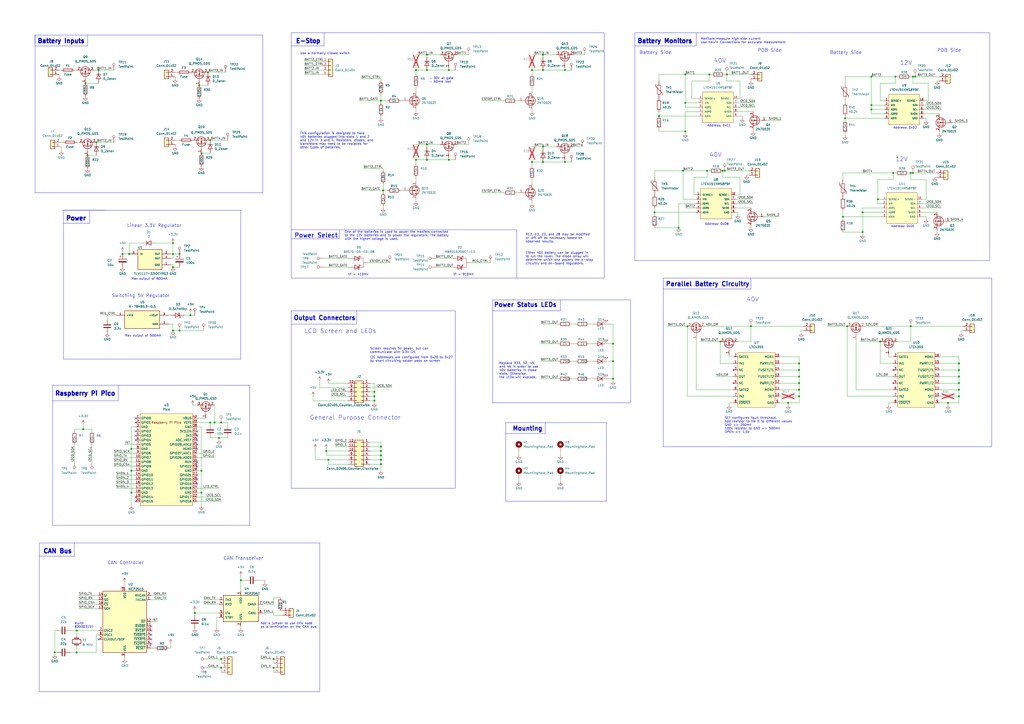
<source format=kicad_sch>
(kicad_sch (version 20230121) (generator eeschema)
  (paper "A2")
  (title_block (title "State of Charge Battery Monitor") (rev "v1"))
  (junction (at 260.35 92.71))
  (junction (at 500.38 134.62))
  (junction (at 115.57 49.53))
  (junction (at 528.32 100.33))
  (junction (at 463.55 226.06))
  (junction (at 314.96 40.64))
  (junction (at 44.45 378.46))
  (junction (at 529.59 100.33))
  (junction (at 463.55 210.82))
  (junction (at 76.2 260.35))
  (junction (at 327.66 40.64))
  (junction (at 100.33 191.77))
  (junction (at 49.53 48.26))
  (junction (at 463.55 214.63))
  (junction (at 121.92 81.28))
  (junction (at 50.8 90.17))
  (junction (at 57.15 40.64))
  (junction (at 113.03 355.6))
  (junction (at 417.83 198.12))
  (junction (at 314.96 93.98))
  (junction (at 220.98 261.62))
  (junction (at 355.6 219.71))
  (junction (at 556.26 214.63))
  (junction (at 556.26 222.25))
  (junction (at 128.27 245.11))
  (junction (at 158.75 387.35))
  (junction (at 435.61 189.23))
  (junction (at 420.37 99.06))
  (junction (at 419.1 99.06))
  (junction (at 491.49 189.23))
  (junction (at 556.26 229.87))
  (junction (at 220.98 264.16))
  (junction (at 505.46 44.45))
  (junction (at 421.64 43.18))
  (junction (at 217.17 229.87))
  (junction (at 74.93 147.32))
  (junction (at 490.22 68.58))
  (junction (at 128.27 387.35))
  (junction (at 104.14 147.32))
  (junction (at 100.33 147.32))
  (junction (at 44.45 365.76))
  (junction (at 116.84 273.05))
  (junction (at 397.51 76.2))
  (junction (at 509.27 115.57))
  (junction (at 190.5 266.7))
  (junction (at 189.23 261.62))
  (junction (at 308.61 93.98))
  (junction (at 76.2 285.75))
  (junction (at 518.16 100.33))
  (junction (at 116.84 88.9))
  (junction (at 31.75 378.46))
  (junction (at 110.49 182.88))
  (junction (at 355.6 209.55))
  (junction (at 247.65 83.82))
  (junction (at 241.3 92.71))
  (junction (at 505.46 63.5))
  (junction (at 220.98 269.24))
  (junction (at 247.65 31.75))
  (junction (at 260.35 40.64))
  (junction (at 120.65 41.91))
  (junction (at 220.98 58.42))
  (junction (at 158.75 382.27))
  (junction (at 314.96 85.09))
  (junction (at 48.26 248.92))
  (junction (at 500.38 123.19))
  (junction (at 398.78 189.23))
  (junction (at 327.66 93.98))
  (junction (at 241.3 40.64))
  (junction (at 397.51 43.18))
  (junction (at 127 254))
  (junction (at 104.14 191.77))
  (junction (at 382.27 67.31))
  (junction (at 55.88 82.55))
  (junction (at 71.12 147.32))
  (junction (at 116.84 285.75))
  (junction (at 393.7 132.08))
  (junction (at 222.25 110.49))
  (junction (at 530.86 44.45))
  (junction (at 488.95 125.73))
  (junction (at 529.59 44.45))
  (junction (at 220.98 266.7))
  (junction (at 396.24 99.06))
  (junction (at 76.2 273.05))
  (junction (at 217.17 232.41))
  (junction (at 519.43 44.45))
  (junction (at 100.33 140.97))
  (junction (at 121.92 245.11))
  (junction (at 410.21 99.06))
  (junction (at 220.98 259.08))
  (junction (at 463.55 218.44))
  (junction (at 397.51 59.69))
  (junction (at 549.91 233.68))
  (junction (at 100.33 154.94))
  (junction (at 510.54 198.12))
  (junction (at 411.48 43.18))
  (junction (at 355.6 199.39))
  (junction (at 247.65 92.71))
  (junction (at 457.2 233.68))
  (junction (at 247.65 40.64))
  (junction (at 528.32 189.23))
  (junction (at 556.26 210.82))
  (junction (at 128.27 382.27))
  (junction (at 505.46 60.96))
  (junction (at 314.96 31.75))
  (junction (at 217.17 227.33))
  (junction (at 379.73 123.19))
  (junction (at 308.61 40.64))
  (junction (at 463.55 222.25))
  (junction (at 556.26 218.44))
  (junction (at 463.55 229.87))
  (junction (at 139.7 336.55))
  (junction (at 124.46 245.11))
  (junction (at 556.26 226.06))
  (no_connect (at 87.63 368.3))
  (no_connect (at 78.74 242.57))
  (no_connect (at 78.74 245.11))
  (no_connect (at 78.74 288.29))
  (no_connect (at 114.3 280.67))
  (no_connect (at 87.63 370.84))
  (no_connect (at 57.15 370.84))
  (no_connect (at 87.63 363.22))
  (no_connect (at 87.63 373.38))
  (no_connect (at 78.74 255.27))
  (no_connect (at 114.3 275.59))
  (no_connect (at 87.63 365.76))
  (no_connect (at 78.74 290.83))
  (no_connect (at 114.3 278.13))
  (no_connect (at 114.3 270.51))
  (no_connect (at 114.3 267.97))
  (no_connect (at 78.74 250.19))
  (no_connect (at 114.3 252.73))
  (no_connect (at 114.3 250.19))
  (no_connect (at 114.3 255.27))
  (no_connect (at 114.3 257.81))
  (no_connect (at 114.3 260.35))
  (no_connect (at 78.74 252.73))
  (wire (pts (xy 544.83 210.82) (xy 556.26 210.82)))
  (wire (pts (xy 128.27 382.27) (xy 128.27 384.81)))
  (wire (pts (xy 116.84 247.65) (xy 116.84 273.05)))
  (wire (pts (xy 556.26 226.06) (xy 556.26 229.87)))
  (wire (pts (xy 100.33 187.96) (xy 100.33 191.77)))
  (wire (pts (xy 408.94 189.23) (xy 435.61 189.23)))
  (wire (pts (xy 121.92 245.11) (xy 121.92 246.38)))
  (wire (pts (xy 544.83 222.25) (xy 556.26 222.25)))
  (wire (pts (xy 97.79 375.92) (xy 99.06 375.92)))
  (wire (pts (xy 214.63 261.62) (xy 220.98 261.62)))
  (polyline (pts (xy 384.81 161.29) (xy 384.81 259.08)))
  (wire (pts (xy 537.21 69.85) (xy 537.21 68.58)))
  (polyline (pts (xy 293.37 251.46) (xy 316.23 251.46)))
  (wire (pts (xy 66.04 270.51) (xy 78.74 270.51)))
  (polyline (pts (xy 222.25 19.05) (xy 350.52 19.05)))
  (wire (pts (xy 515.62 207.01) (xy 518.16 207.01)))
  (wire (pts (xy 100.33 153.67) (xy 100.33 154.94)))
  (wire (pts (xy 406.4 198.12) (xy 417.83 198.12)))
  (wire (pts (xy 537.21 104.14) (xy 537.21 115.57)))
  (wire (pts (xy 35.56 85.09) (xy 35.56 87.63)))
  (wire (pts (xy 327.66 40.64) (xy 331.47 40.64)))
  (wire (pts (xy 444.5 69.85) (xy 453.39 69.85)))
  (wire (pts (xy 488.95 100.33) (xy 518.16 100.33)))
  (wire (pts (xy 176.53 38.1) (xy 186.69 38.1)))
  (wire (pts (xy 464.82 191.77) (xy 464.82 193.04)))
  (wire (pts (xy 429.26 46.99) (xy 429.26 57.15)))
  (wire (pts (xy 510.54 48.26) (xy 510.54 58.42)))
  (wire (pts (xy 241.3 102.87) (xy 241.3 105.41)))
  (wire (pts (xy 99.06 147.32) (xy 100.33 147.32)))
  (wire (pts (xy 247.65 83.82) (xy 255.27 83.82)))
  (wire (pts (xy 34.29 40.64) (xy 35.56 40.64)))
  (wire (pts (xy 76.2 247.65) (xy 76.2 260.35)))
  (wire (pts (xy 341.63 199.39) (xy 344.17 199.39)))
  (polyline (pts (xy 285.75 233.68) (xy 365.76 233.68)))
  (wire (pts (xy 534.67 123.19) (xy 543.56 123.19)))
  (wire (pts (xy 139.7 336.55) (xy 142.24 336.55)))
  (wire (pts (xy 341.63 187.96) (xy 344.17 187.96)))
  (wire (pts (xy 87.63 375.92) (xy 90.17 375.92)))
  (wire (pts (xy 190.5 222.25) (xy 201.93 222.25)))
  (wire (pts (xy 452.12 210.82) (xy 463.55 210.82)))
  (wire (pts (xy 299.72 111.76) (xy 300.99 111.76)))
  (wire (pts (xy 217.17 232.41) (xy 217.17 233.68)))
  (wire (pts (xy 153.67 337.82) (xy 153.67 336.55)))
  (polyline (pts (xy 22.86 401.32) (xy 185.42 401.32)))
  (wire (pts (xy 528.32 100.33) (xy 528.32 104.14)))
  (wire (pts (xy 382.27 64.77) (xy 382.27 67.31)))
  (wire (pts (xy 529.59 44.45) (xy 529.59 48.26)))
  (wire (pts (xy 556.26 233.68) (xy 549.91 233.68)))
  (polyline (pts (xy 152.4 111.76) (xy 152.4 20.32)))
  (wire (pts (xy 121.92 254) (xy 127 254)))
  (wire (pts (xy 505.46 60.96) (xy 513.08 60.96)))
  (wire (pts (xy 232.41 58.42) (xy 233.68 58.42)))
  (wire (pts (xy 314.96 31.75) (xy 322.58 31.75)))
  (wire (pts (xy 529.59 44.45) (xy 530.86 44.45)))
  (wire (pts (xy 405.13 57.15) (xy 401.32 57.15)))
  (wire (pts (xy 217.17 222.25) (xy 217.17 227.33)))
  (wire (pts (xy 125.73 358.14) (xy 125.73 364.49)))
  (wire (pts (xy 427.99 67.31) (xy 430.53 67.31)))
  (wire (pts (xy 189.23 261.62) (xy 189.23 260.35)))
  (wire (pts (xy 44.45 378.46) (xy 44.45 375.92)))
  (wire (pts (xy 308.61 116.84) (xy 308.61 118.11)))
  (wire (pts (xy 509.27 104.14) (xy 518.16 104.14)))
  (wire (pts (xy 452.12 233.68) (xy 457.2 233.68)))
  (wire (pts (xy 241.3 40.64) (xy 241.3 43.18)))
  (wire (pts (xy 534.67 118.11) (xy 546.1 118.11)))
  (wire (pts (xy 151.13 382.27) (xy 158.75 382.27)))
  (wire (pts (xy 158.75 346.71) (xy 158.75 350.52)))
  (wire (pts (xy 124.46 245.11) (xy 121.92 245.11)))
  (wire (pts (xy 538.48 58.42) (xy 535.94 58.42)))
  (wire (pts (xy 528.32 44.45) (xy 529.59 44.45)))
  (wire (pts (xy 351.79 199.39) (xy 355.6 199.39)))
  (wire (pts (xy 55.88 368.3) (xy 55.88 378.46)))
  (wire (pts (xy 425.45 210.82) (xy 417.83 210.82)))
  (wire (pts (xy 31.75 365.76) (xy 31.75 378.46)))
  (wire (pts (xy 55.88 82.55) (xy 66.04 82.55)))
  (wire (pts (xy 104.14 191.77) (xy 118.11 191.77)))
  (wire (pts (xy 313.69 199.39) (xy 323.85 199.39)))
  (wire (pts (xy 101.6 81.28) (xy 104.14 81.28)))
  (wire (pts (xy 397.51 64.77) (xy 397.51 76.2)))
  (wire (pts (xy 78.74 275.59) (xy 67.31 275.59)))
  (wire (pts (xy 71.12 147.32) (xy 74.93 147.32)))
  (wire (pts (xy 189.23 261.62) (xy 201.93 261.62)))
  (wire (pts (xy 214.63 256.54) (xy 220.98 256.54)))
  (polyline (pts (xy 50.8 20.32) (xy 50.8 26.67)))
  (wire (pts (xy 420.37 43.18) (xy 421.64 43.18)))
  (wire (pts (xy 421.64 43.18) (xy 421.64 46.99)))
  (polyline (pts (xy 20.32 111.76) (xy 152.4 111.76)))
  (wire (pts (xy 214.63 266.7) (xy 220.98 266.7)))
  (wire (pts (xy 509.27 115.57) (xy 511.81 115.57)))
  (wire (pts (xy 34.29 43.18) (xy 34.29 44.45)))
  (wire (pts (xy 176.53 35.56) (xy 186.69 35.56)))
  (wire (pts (xy 505.46 63.5) (xy 505.46 66.04)))
  (wire (pts (xy 429.26 57.15) (xy 427.99 57.15)))
  (wire (pts (xy 426.72 120.65) (xy 435.61 120.65)))
  (wire (pts (xy 220.98 58.42) (xy 220.98 59.69)))
  (wire (pts (xy 247.65 40.64) (xy 260.35 40.64)))
  (wire (pts (xy 45.72 345.44) (xy 57.15 345.44)))
  (wire (pts (xy 518.16 233.68) (xy 515.62 233.68)))
  (wire (pts (xy 279.4 58.42) (xy 292.1 58.42)))
  (wire (pts (xy 72.39 337.82) (xy 72.39 340.36)))
  (wire (pts (xy 543.56 133.35) (xy 543.56 134.62)))
  (wire (pts (xy 452.12 207.01) (xy 463.55 207.01)))
  (wire (pts (xy 210.82 97.79) (xy 222.25 97.79)))
  (wire (pts (xy 313.69 219.71) (xy 323.85 219.71)))
  (wire (pts (xy 185.42 224.79) (xy 185.42 220.98)))
  (polyline (pts (xy 68.58 223.52) (xy 68.58 232.41)))
  (wire (pts (xy 405.13 62.23) (xy 397.51 62.23)))
  (wire (pts (xy 87.63 345.44) (xy 96.52 345.44)))
  (wire (pts (xy 182.88 260.35) (xy 182.88 266.7)))
  (polyline (pts (xy 384.81 167.64) (xy 435.61 167.64)))
  (wire (pts (xy 544.83 214.63) (xy 556.26 214.63)))
  (polyline (pts (xy 20.32 20.32) (xy 20.32 25.4)))
  (polyline (pts (xy 574.04 19.05) (xy 574.04 151.13)))
  (wire (pts (xy 220.98 67.31) (xy 220.98 68.58)))
  (polyline (pts (xy 168.91 180.34) (xy 264.16 180.34)))
  (wire (pts (xy 55.88 368.3) (xy 57.15 368.3)))
  (wire (pts (xy 190.5 266.7) (xy 201.93 266.7)))
  (wire (pts (xy 308.61 40.64) (xy 314.96 40.64)))
  (wire (pts (xy 181.61 232.41) (xy 181.61 229.87)))
  (wire (pts (xy 252.73 154.94) (xy 262.89 154.94)))
  (wire (pts (xy 427.99 59.69) (xy 438.15 59.69)))
  (polyline (pts (xy 384.81 161.29) (xy 575.31 161.29)))
  (wire (pts (xy 191.77 227.33) (xy 201.93 227.33)))
  (polyline (pts (xy 139.7 121.92) (xy 139.7 208.28)))
  (wire (pts (xy 325.12 261.62) (xy 325.12 264.16)))
  (wire (pts (xy 201.93 264.16) (xy 189.23 264.16)))
  (wire (pts (xy 463.55 214.63) (xy 463.55 218.44)))
  (wire (pts (xy 556.26 222.25) (xy 556.26 226.06)))
  (wire (pts (xy 528.32 104.14) (xy 537.21 104.14)))
  (wire (pts (xy 139.7 334.01) (xy 139.7 336.55)))
  (polyline (pts (xy 325.12 180.34) (xy 325.12 173.99)))
  (wire (pts (xy 510.54 58.42) (xy 513.08 58.42)))
  (wire (pts (xy 421.64 43.18) (xy 435.61 43.18)))
  (wire (pts (xy 217.17 229.87) (xy 217.17 232.41)))
  (polyline (pts (xy 574.04 151.13) (xy 368.3 151.13)))
  (wire (pts (xy 90.17 140.97) (xy 100.33 140.97)))
  (wire (pts (xy 176.53 43.18) (xy 186.69 43.18)))
  (wire (pts (xy 187.96 154.94) (xy 203.2 154.94)))
  (polyline (pts (xy 22.86 314.96) (xy 22.86 401.32)))
  (wire (pts (xy 114.3 242.57) (xy 119.38 242.57)))
  (wire (pts (xy 265.43 31.75) (xy 271.78 31.75)))
  (wire (pts (xy 33.02 378.46) (xy 31.75 378.46)))
  (wire (pts (xy 426.72 123.19) (xy 427.99 123.19)))
  (wire (pts (xy 463.55 218.44) (xy 463.55 222.25)))
  (polyline (pts (xy 168.91 283.21) (xy 264.16 283.21)))
  (polyline (pts (xy 207.01 187.96) (xy 207.01 180.34)))
  (wire (pts (xy 128.27 387.35) (xy 128.27 389.89)))
  (wire (pts (xy 45.72 347.98) (xy 57.15 347.98)))
  (wire (pts (xy 527.05 100.33) (xy 528.32 100.33)))
  (wire (pts (xy 241.3 40.64) (xy 247.65 40.64)))
  (wire (pts (xy 241.3 39.37) (xy 241.3 40.64)))
  (wire (pts (xy 217.17 227.33) (xy 217.17 229.87)))
  (polyline (pts (xy 293.37 245.11) (xy 351.79 245.11)))
  (wire (pts (xy 247.65 31.75) (xy 255.27 31.75)))
  (wire (pts (xy 222.25 106.68) (xy 222.25 110.49)))
  (wire (pts (xy 427.99 62.23) (xy 438.15 62.23)))
  (wire (pts (xy 209.55 45.72) (xy 220.98 45.72)))
  (wire (pts (xy 260.35 39.37) (xy 260.35 40.64)))
  (wire (pts (xy 528.32 189.23) (xy 528.32 198.12)))
  (wire (pts (xy 241.3 115.57) (xy 241.3 116.84)))
  (wire (pts (xy 78.74 257.81) (xy 72.39 257.81)))
  (wire (pts (xy 415.29 218.44) (xy 425.45 218.44)))
  (polyline (pts (xy 52.07 129.54) (xy 36.83 129.54)))
  (polyline (pts (xy 293.37 290.83) (xy 351.79 290.83)))
  (wire (pts (xy 490.22 67.31) (xy 490.22 68.58)))
  (wire (pts (xy 114.3 247.65) (xy 116.84 247.65)))
  (wire (pts (xy 355.6 199.39) (xy 355.6 209.55)))
  (wire (pts (xy 556.26 207.01) (xy 556.26 210.82)))
  (wire (pts (xy 535.94 66.04) (xy 544.83 66.04)))
  (wire (pts (xy 158.75 356.87) (xy 158.75 355.6)))
  (polyline (pts (xy 168.91 180.34) (xy 168.91 283.21)))
  (wire (pts (xy 149.86 336.55) (xy 153.67 336.55)))
  (polyline (pts (xy 575.31 259.08) (xy 575.31 161.29)))
  (wire (pts (xy 434.34 101.6) (xy 433.07 101.6)))
  (wire (pts (xy 500.38 120.65) (xy 500.38 123.19)))
  (wire (pts (xy 490.22 68.58) (xy 490.22 69.85)))
  (wire (pts (xy 308.61 104.14) (xy 308.61 106.68)))
  (wire (pts (xy 351.79 187.96) (xy 355.6 187.96)))
  (wire (pts (xy 398.78 229.87) (xy 425.45 229.87)))
  (wire (pts (xy 463.55 226.06) (xy 463.55 229.87)))
  (wire (pts (xy 327.66 93.98) (xy 331.47 93.98)))
  (wire (pts (xy 78.74 260.35) (xy 76.2 260.35)))
  (wire (pts (xy 426.72 118.11) (xy 436.88 118.11)))
  (polyline (pts (xy 403.86 26.67) (xy 368.3 26.67)))
  (wire (pts (xy 509.27 104.14) (xy 509.27 115.57)))
  (wire (pts (xy 308.61 39.37) (xy 308.61 40.64)))
  (wire (pts (xy 201.93 229.87) (xy 191.77 229.87)))
  (wire (pts (xy 252.73 149.86) (xy 262.89 149.86)))
  (wire (pts (xy 97.79 187.96) (xy 100.33 187.96)))
  (wire (pts (xy 99.06 149.86) (xy 100.33 149.86)))
  (wire (pts (xy 544.83 233.68) (xy 549.91 233.68)))
  (wire (pts (xy 101.6 44.45) (xy 101.6 45.72)))
  (wire (pts (xy 396.24 99.06) (xy 396.24 115.57)))
  (wire (pts (xy 43.18 257.81) (xy 43.18 267.97)))
  (wire (pts (xy 463.55 233.68) (xy 457.2 233.68)))
  (wire (pts (xy 422.91 207.01) (xy 425.45 207.01)))
  (wire (pts (xy 419.1 99.06) (xy 419.1 102.87)))
  (wire (pts (xy 121.92 81.28) (xy 132.08 81.28)))
  (wire (pts (xy 127 254) (xy 127 255.27)))
  (wire (pts (xy 500.38 134.62) (xy 500.38 135.89)))
  (wire (pts (xy 44.45 82.55) (xy 45.72 82.55)))
  (wire (pts (xy 120.65 41.91) (xy 130.81 41.91)))
  (wire (pts (xy 505.46 60.96) (xy 505.46 63.5)))
  (wire (pts (xy 111.76 234.95) (xy 114.3 234.95)))
  (polyline (pts (xy 403.86 19.05) (xy 403.86 26.67)))
  (wire (pts (xy 397.51 64.77) (xy 405.13 64.77)))
  (wire (pts (xy 393.7 118.11) (xy 403.86 118.11)))
  (polyline (pts (xy 368.3 19.05) (xy 574.04 19.05)))
  (polyline (pts (xy 187.96 19.05) (xy 187.96 26.67)))
  (wire (pts (xy 552.45 71.12) (xy 561.34 71.12)))
  (wire (pts (xy 220.98 45.72) (xy 220.98 46.99)))
  (wire (pts (xy 76.2 260.35) (xy 76.2 273.05)))
  (wire (pts (xy 355.6 219.71) (xy 355.6 220.98)))
  (wire (pts (xy 124.46 234.95) (xy 124.46 245.11)))
  (wire (pts (xy 402.59 113.03) (xy 403.86 113.03)))
  (wire (pts (xy 139.7 364.49) (xy 139.7 363.22)))
  (wire (pts (xy 120.65 387.35) (xy 128.27 387.35)))
  (wire (pts (xy 488.95 125.73) (xy 488.95 127)))
  (wire (pts (xy 220.98 261.62) (xy 220.98 264.16)))
  (polyline (pts (xy 219.71 133.35) (xy 299.72 133.35)))
  (wire (pts (xy 421.64 46.99) (xy 429.26 46.99)))
  (wire (pts (xy 327.66 39.37) (xy 327.66 40.64)))
  (wire (pts (xy 396.24 115.57) (xy 403.86 115.57)))
  (wire (pts (xy 519.43 44.45) (xy 519.43 48.26)))
  (wire (pts (xy 114.3 285.75) (xy 116.84 285.75)))
  (wire (pts (xy 241.3 50.8) (xy 241.3 53.34)))
  (wire (pts (xy 114.3 245.11) (xy 121.92 245.11)))
  (wire (pts (xy 308.61 92.71) (xy 308.61 93.98)))
  (wire (pts (xy 382.27 76.2) (xy 397.51 76.2)))
  (wire (pts (xy 396.24 99.06) (xy 410.21 99.06)))
  (wire (pts (xy 518.16 100.33) (xy 519.43 100.33)))
  (wire (pts (xy 163.83 356.87) (xy 158.75 356.87)))
  (wire (pts (xy 461.01 229.87) (xy 463.55 229.87)))
  (wire (pts (xy 535.94 60.96) (xy 546.1 60.96)))
  (wire (pts (xy 425.45 233.68) (xy 422.91 233.68)))
  (wire (pts (xy 314.96 40.64) (xy 327.66 40.64)))
  (wire (pts (xy 429.26 113.03) (xy 426.72 113.03)))
  (wire (pts (xy 420.37 99.06) (xy 434.34 99.06)))
  (wire (pts (xy 189.23 264.16) (xy 189.23 261.62)))
  (wire (pts (xy 558.8 191.77) (xy 557.53 191.77)))
  (wire (pts (xy 48.26 246.38) (xy 48.26 248.92)))
  (polyline (pts (xy 20.32 20.32) (xy 20.32 111.76)))
  (wire (pts (xy 419.1 102.87) (xy 429.26 102.87)))
  (wire (pts (xy 78.74 278.13) (xy 67.31 278.13)))
  (polyline (pts (xy 168.91 161.29) (xy 168.91 26.67)))
  (wire (pts (xy 71.12 146.05) (xy 71.12 147.32)))
  (wire (pts (xy 220.98 54.61) (xy 220.98 58.42)))
  (wire (pts (xy 351.79 219.71) (xy 355.6 219.71)))
  (wire (pts (xy 214.63 264.16) (xy 220.98 264.16)))
  (wire (pts (xy 209.55 110.49) (xy 222.25 110.49)))
  (wire (pts (xy 220.98 259.08) (xy 220.98 261.62)))
  (wire (pts (xy 499.11 198.12) (xy 510.54 198.12)))
  (wire (pts (xy 534.67 120.65) (xy 546.1 120.65)))
  (wire (pts (xy 535.94 63.5) (xy 546.1 63.5)))
  (wire (pts (xy 314.96 31.75) (xy 314.96 33.02)))
  (polyline (pts (xy 384.81 259.08) (xy 575.31 259.08)))
  (wire (pts (xy 124.46 245.11) (xy 128.27 245.11)))
  (wire (pts (xy 355.6 209.55) (xy 355.6 219.71)))
  (wire (pts (xy 427.99 64.77) (xy 436.88 64.77)))
  (wire (pts (xy 556.26 218.44) (xy 556.26 222.25)))
  (wire (pts (xy 116.84 285.75) (xy 116.84 293.37)))
  (wire (pts (xy 551.18 128.27) (xy 558.8 128.27)))
  (wire (pts (xy 220.98 266.7) (xy 220.98 269.24)))
  (wire (pts (xy 411.48 43.18) (xy 412.75 43.18)))
  (wire (pts (xy 515.62 207.01) (xy 515.62 205.74)))
  (wire (pts (xy 313.69 187.96) (xy 323.85 187.96)))
  (wire (pts (xy 379.73 99.06) (xy 396.24 99.06)))
  (wire (pts (xy 78.74 273.05) (xy 76.2 273.05)))
  (wire (pts (xy 241.3 91.44) (xy 241.3 92.71)))
  (wire (pts (xy 544.83 207.01) (xy 556.26 207.01)))
  (wire (pts (xy 31.75 378.46) (xy 31.75 379.73)))
  (wire (pts (xy 265.43 83.82) (xy 271.78 83.82)))
  (wire (pts (xy 222.25 110.49) (xy 222.25 111.76)))
  (wire (pts (xy 314.96 85.09) (xy 314.96 86.36)))
  (wire (pts (xy 97.79 182.88) (xy 99.06 182.88)))
  (wire (pts (xy 488.95 121.92) (xy 488.95 125.73)))
  (wire (pts (xy 453.39 229.87) (xy 452.12 229.87)))
  (wire (pts (xy 397.51 43.18) (xy 397.51 59.69)))
  (wire (pts (xy 299.72 58.42) (xy 300.99 58.42)))
  (wire (pts (xy 508 218.44) (xy 518.16 218.44)))
  (wire (pts (xy 422.91 207.01) (xy 422.91 205.74)))
  (wire (pts (xy 480.06 189.23) (xy 491.49 189.23)))
  (wire (pts (xy 158.75 382.27) (xy 158.75 384.81)))
  (wire (pts (xy 518.16 210.82) (xy 510.54 210.82)))
  (wire (pts (xy 214.63 229.87) (xy 217.17 229.87)))
  (wire (pts (xy 222.25 110.49) (xy 224.79 110.49)))
  (wire (pts (xy 260.35 40.64) (xy 264.16 40.64)))
  (wire (pts (xy 488.95 134.62) (xy 500.38 134.62)))
  (wire (pts (xy 557.53 191.77) (xy 557.53 193.04)))
  (polyline (pts (xy 36.83 208.28) (xy 36.83 121.92)))
  (wire (pts (xy 214.63 224.79) (xy 227.33 224.79)))
  (wire (pts (xy 496.57 196.85) (xy 496.57 226.06)))
  (wire (pts (xy 511.81 118.11) (xy 509.27 118.11)))
  (wire (pts (xy 511.81 120.65) (xy 500.38 120.65)))
  (wire (pts (xy 241.3 63.5) (xy 241.3 64.77)))
  (wire (pts (xy 74.93 140.97) (xy 74.93 147.32)))
  (wire (pts (xy 505.46 63.5) (xy 513.08 63.5)))
  (wire (pts (xy 162.56 354.33) (xy 163.83 354.33)))
  (wire (pts (xy 220.98 256.54) (xy 220.98 259.08)))
  (wire (pts (xy 241.3 83.82) (xy 247.65 83.82)))
  (wire (pts (xy 401.32 46.99) (xy 411.48 46.99)))
  (wire (pts (xy 510.54 210.82) (xy 510.54 198.12)))
  (wire (pts (xy 78.74 280.67) (xy 67.31 280.67)))
  (wire (pts (xy 101.6 83.82) (xy 101.6 85.09)))
  (wire (pts (xy 426.72 115.57) (xy 436.88 115.57)))
  (wire (pts (xy 505.46 44.45) (xy 519.43 44.45)))
  (wire (pts (xy 314.96 85.09) (xy 322.58 85.09)))
  (wire (pts (xy 222.25 97.79) (xy 222.25 99.06)))
  (wire (pts (xy 314.96 93.98) (xy 327.66 93.98)))
  (wire (pts (xy 463.55 210.82) (xy 463.55 214.63)))
  (wire (pts (xy 397.51 76.2) (xy 397.51 77.47)))
  (wire (pts (xy 341.63 209.55) (xy 344.17 209.55)))
  (wire (pts (xy 247.65 83.82) (xy 247.65 85.09)))
  (wire (pts (xy 201.93 224.79) (xy 185.42 224.79)))
  (wire (pts (xy 491.49 229.87) (xy 491.49 189.23)))
  (wire (pts (xy 505.46 44.45) (xy 505.46 60.96)))
  (wire (pts (xy 113.03 354.33) (xy 113.03 355.6)))
  (wire (pts (xy 538.48 48.26) (xy 538.48 58.42)))
  (wire (pts (xy 114.3 273.05) (xy 116.84 273.05)))
  (wire (pts (xy 208.28 58.42) (xy 220.98 58.42)))
  (wire (pts (xy 308.61 50.8) (xy 308.61 53.34)))
  (wire (pts (xy 124.46 262.89) (xy 114.3 262.89)))
  (wire (pts (xy 351.79 209.55) (xy 355.6 209.55)))
  (wire (pts (xy 100.33 154.94) (xy 104.14 154.94)))
  (wire (pts (xy 118.11 347.98) (xy 127 347.98)))
  (polyline (pts (xy 293.37 245.11) (xy 293.37 290.83)))
  (wire (pts (xy 113.03 355.6) (xy 127 355.6)))
  (wire (pts (xy 490.22 44.45) (xy 490.22 48.26)))
  (wire (pts (xy 76.2 293.37) (xy 76.2 285.75)))
  (wire (pts (xy 53.34 248.92) (xy 53.34 250.19)))
  (wire (pts (xy 463.55 207.01) (xy 463.55 210.82)))
  (wire (pts (xy 430.53 67.31) (xy 430.53 68.58)))
  (wire (pts (xy 128.27 288.29) (xy 114.3 288.29)))
  (wire (pts (xy 113.03 356.87) (xy 113.03 355.6)))
  (wire (pts (xy 49.53 48.26) (xy 57.15 48.26)))
  (wire (pts (xy 379.73 99.06) (xy 379.73 102.87)))
  (wire (pts (xy 397.51 59.69) (xy 405.13 59.69)))
  (wire (pts (xy 505.46 66.04) (xy 513.08 66.04)))
  (wire (pts (xy 43.18 250.19) (xy 43.18 248.92)))
  (wire (pts (xy 463.55 222.25) (xy 463.55 226.06)))
  (wire (pts (xy 308.61 85.09) (xy 314.96 85.09)))
  (wire (pts (xy 115.57 49.53) (xy 120.65 49.53)))
  (polyline (pts (xy 350.52 19.05) (xy 350.52 161.29)))
  (wire (pts (xy 78.74 283.21) (xy 67.31 283.21)))
  (wire (pts (xy 127 358.14) (xy 125.73 358.14)))
  (polyline (pts (xy 187.96 26.67) (xy 168.91 26.67)))
  (wire (pts (xy 220.98 269.24) (xy 220.98 273.05)))
  (polyline (pts (xy 168.91 19.05) (xy 168.91 26.67)))
  (wire (pts (xy 556.26 229.87) (xy 556.26 233.68)))
  (wire (pts (xy 491.49 229.87) (xy 518.16 229.87)))
  (wire (pts (xy 534.67 125.73) (xy 537.21 125.73)))
  (wire (pts (xy 128.27 245.11) (xy 132.08 245.11)))
  (polyline (pts (xy 196.85 138.43) (xy 196.85 133.35)))
  (polyline (pts (xy 139.7 208.28) (xy 36.83 208.28)))
  (wire (pts (xy 490.22 77.47) (xy 490.22 78.74)))
  (wire (pts (xy 331.47 209.55) (xy 334.01 209.55)))
  (polyline (pts (xy 30.48 223.52) (xy 144.78 223.52)))
  (polyline (pts (xy 144.78 304.8) (xy 30.48 304.8)))
  (wire (pts (xy 556.26 214.63) (xy 556.26 218.44)))
  (polyline (pts (xy 168.91 133.35) (xy 219.71 133.35)))
  (wire (pts (xy 99.06 375.92) (xy 99.06 373.38)))
  (wire (pts (xy 232.41 110.49) (xy 233.68 110.49)))
  (wire (pts (xy 379.73 123.19) (xy 403.86 123.19)))
  (wire (pts (xy 152.4 355.6) (xy 158.75 355.6)))
  (wire (pts (xy 355.6 187.96) (xy 355.6 199.39)))
  (polyline (pts (xy 168.91 187.96) (xy 207.01 187.96)))
  (wire (pts (xy 515.62 233.68) (xy 515.62 234.95)))
  (wire (pts (xy 241.3 92.71) (xy 241.3 95.25)))
  (wire (pts (xy 54.61 40.64) (xy 57.15 40.64)))
  (polyline (pts (xy 264.16 283.21) (xy 264.16 180.34)))
  (wire (pts (xy 101.6 41.91) (xy 102.87 41.91)))
  (wire (pts (xy 427.99 198.12) (xy 435.61 198.12)))
  (wire (pts (xy 273.05 152.4) (xy 284.48 152.4)))
  (wire (pts (xy 331.47 187.96) (xy 334.01 187.96)))
  (wire (pts (xy 466.09 191.77) (xy 464.82 191.77)))
  (wire (pts (xy 411.48 43.18) (xy 411.48 46.99)))
  (wire (pts (xy 436.88 74.93) (xy 436.88 76.2)))
  (wire (pts (xy 247.65 31.75) (xy 247.65 33.02)))
  (wire (pts (xy 190.5 269.24) (xy 201.93 269.24)))
  (wire (pts (xy 106.68 182.88) (xy 110.49 182.88)))
  (wire (pts (xy 220.98 58.42) (xy 224.79 58.42)))
  (wire (pts (xy 66.04 265.43) (xy 78.74 265.43)))
  (wire (pts (xy 176.53 40.64) (xy 186.69 40.64)))
  (wire (pts (xy 66.04 262.89) (xy 78.74 262.89)))
  (wire (pts (xy 40.64 378.46) (xy 44.45 378.46)))
  (wire (pts (xy 300.99 261.62) (xy 300.99 264.16)))
  (wire (pts (xy 331.47 219.71) (xy 334.01 219.71)))
  (wire (pts (xy 308.61 93.98) (xy 308.61 96.52)))
  (wire (pts (xy 549.91 234.95) (xy 549.91 233.68)))
  (wire (pts (xy 44.45 365.76) (xy 57.15 365.76)))
  (wire (pts (xy 379.73 123.19) (xy 379.73 124.46)))
  (wire (pts (xy 127 254) (xy 132.08 254)))
  (polyline (pts (xy 350.52 161.29) (xy 168.91 161.29)))
  (wire (pts (xy 66.04 267.97) (xy 78.74 267.97)))
  (wire (pts (xy 100.33 140.97) (xy 100.33 147.32)))
  (wire (pts (xy 78.74 247.65) (xy 76.2 247.65)))
  (wire (pts (xy 519.43 44.45) (xy 520.7 44.45)))
  (polyline (pts (xy 299.72 133.35) (xy 299.72 161.29)))
  (wire (pts (xy 241.3 31.75) (xy 247.65 31.75)))
  (wire (pts (xy 214.63 222.25) (xy 217.17 222.25)))
  (wire (pts (xy 510.54 48.26) (xy 519.43 48.26)))
  (wire (pts (xy 422.91 233.68) (xy 422.91 234.95)))
  (wire (pts (xy 308.61 31.75) (xy 314.96 31.75)))
  (wire (pts (xy 435.61 189.23) (xy 466.09 189.23)))
  (wire (pts (xy 401.32 46.99) (xy 401.32 57.15)))
  (wire (pts (xy 452.12 218.44) (xy 463.55 218.44)))
  (wire (pts (xy 496.57 226.06) (xy 518.16 226.06)))
  (wire (pts (xy 488.95 100.33) (xy 488.95 104.14)))
  (polyline (pts (xy 365.76 233.68) (xy 365.76 173.99)))
  (polyline (pts (xy 68.58 232.41) (xy 30.48 232.41)))
  (wire (pts (xy 410.21 99.06) (xy 411.48 99.06)))
  (wire (pts (xy 43.18 40.64) (xy 44.45 40.64)))
  (polyline (pts (xy 36.83 121.92) (xy 139.7 121.92)))
  (wire (pts (xy 457.2 234.95) (xy 457.2 233.68)))
  (wire (pts (xy 100.33 147.32) (xy 104.14 147.32)))
  (wire (pts (xy 116.84 88.9) (xy 121.92 88.9)))
  (wire (pts (xy 379.73 132.08) (xy 393.7 132.08)))
  (wire (pts (xy 139.7 336.55) (xy 139.7 342.9)))
  (wire (pts (xy 99.06 153.67) (xy 100.33 153.67)))
  (wire (pts (xy 544.83 76.2) (xy 544.83 77.47)))
  (wire (pts (xy 124.46 265.43) (xy 114.3 265.43)))
  (wire (pts (xy 452.12 226.06) (xy 463.55 226.06)))
  (wire (pts (xy 397.51 59.69) (xy 397.51 62.23)))
  (wire (pts (xy 435.61 45.72) (xy 435.61 46.99)))
  (wire (pts (xy 397.51 120.65) (xy 403.86 120.65)))
  (polyline (pts (xy 285.75 173.99) (xy 285.75 233.68)))
  (wire (pts (xy 419.1 99.06) (xy 420.37 99.06)))
  (polyline (pts (xy 168.91 138.43) (xy 196.85 138.43)))
  (wire (pts (xy 182.88 266.7) (xy 190.5 266.7)))
  (wire (pts (xy 332.74 31.75) (xy 339.09 31.75)))
  (wire (pts (xy 55.88 378.46) (xy 44.45 378.46)))
  (polyline (pts (xy 285.75 173.99) (xy 365.76 173.99)))
  (wire (pts (xy 308.61 40.64) (xy 308.61 43.18)))
  (wire (pts (xy 152.4 350.52) (xy 158.75 350.52)))
  (polyline (pts (xy 22.86 314.96) (xy 185.42 314.96)))
  (wire (pts (xy 556.26 210.82) (xy 556.26 214.63)))
  (wire (pts (xy 402.59 102.87) (xy 410.21 102.87)))
  (wire (pts (xy 332.74 85.09) (xy 337.82 85.09)))
  (polyline (pts (xy 285.75 180.34) (xy 325.12 180.34)))
  (wire (pts (xy 100.33 147.32) (xy 100.33 149.86)))
  (wire (pts (xy 501.65 189.23) (xy 528.32 189.23)))
  (wire (pts (xy 40.64 365.76) (xy 44.45 365.76)))
  (wire (pts (xy 427.99 123.19) (xy 427.99 124.46)))
  (wire (pts (xy 194.31 259.08) (xy 201.93 259.08)))
  (wire (pts (xy 50.8 90.17) (xy 55.88 90.17)))
  (wire (pts (xy 435.61 189.23) (xy 435.61 198.12)))
  (wire (pts (xy 33.02 365.76) (xy 31.75 365.76)))
  (wire (pts (xy 87.63 360.68) (xy 91.44 360.68)))
  (wire (pts (xy 403.86 226.06) (xy 425.45 226.06)))
  (wire (pts (xy 110.49 182.88) (xy 113.03 182.88)))
  (wire (pts (xy 528.32 189.23) (xy 558.8 189.23)))
  (wire (pts (xy 201.93 232.41) (xy 181.61 232.41)))
  (polyline (pts (xy 30.48 304.8) (xy 30.48 223.52)))
  (wire (pts (xy 120.65 382.27) (xy 128.27 382.27)))
  (wire (pts (xy 397.51 43.18) (xy 411.48 43.18)))
  (wire (pts (xy 308.61 63.5) (xy 308.61 64.77)))
  (wire (pts (xy 53.34 257.81) (xy 53.34 267.97)))
  (wire (pts (xy 429.26 102.87) (xy 429.26 113.03)))
  (wire (pts (xy 530.86 44.45) (xy 544.83 44.45)))
  (polyline (pts (xy 52.07 121.92) (xy 52.07 129.54)))
  (wire (pts (xy 382.27 43.18) (xy 397.51 43.18)))
  (wire (pts (xy 162.56 346.71) (xy 158.75 346.71)))
  (wire (pts (xy 341.63 219.71) (xy 344.17 219.71)))
  (wire (pts (xy 76.2 285.75) (xy 78.74 285.75)))
  (wire (pts (xy 45.72 350.52) (xy 57.15 350.52)))
  (wire (pts (xy 220.98 264.16) (xy 220.98 266.7)))
  (wire (pts (xy 313.69 209.55) (xy 323.85 209.55)))
  (wire (pts (xy 410.21 99.06) (xy 410.21 102.87)))
  (wire (pts (xy 544.83 226.06) (xy 556.26 226.06)))
  (wire (pts (xy 151.13 387.35) (xy 158.75 387.35)))
  (wire (pts (xy 537.21 115.57) (xy 534.67 115.57)))
  (polyline (pts (xy 152.4 20.32) (xy 20.32 20.32)))
  (wire (pts (xy 110.49 182.88) (xy 110.49 181.61)))
  (wire (pts (xy 260.35 92.71) (xy 264.16 92.71)))
  (polyline (pts (xy 36.83 121.92) (xy 60.96 121.92)))
  (wire (pts (xy 213.36 152.4) (xy 226.06 152.4)))
  (wire (pts (xy 247.65 92.71) (xy 260.35 92.71)))
  (wire (pts (xy 537.21 68.58) (xy 535.94 68.58)))
  (wire (pts (xy 488.95 125.73) (xy 511.81 125.73)))
  (wire (pts (xy 43.18 248.92) (xy 48.26 248.92)))
  (wire (pts (xy 435.61 130.81) (xy 435.61 132.08)))
  (polyline (pts (xy 351.79 290.83) (xy 351.79 245.11)))
  (wire (pts (xy 116.84 273.05) (xy 116.84 285.75)))
  (wire (pts (xy 398.78 229.87) (xy 398.78 189.23)))
  (wire (pts (xy 82.55 140.97) (xy 74.93 140.97)))
  (wire (pts (xy 528.32 100.33) (xy 529.59 100.33)))
  (polyline (pts (xy 168.91 19.05) (xy 222.25 19.05)))
  (wire (pts (xy 417.83 210.82) (xy 417.83 198.12)))
  (wire (pts (xy 190.5 269.24) (xy 190.5 266.7)))
  (wire (pts (xy 214.63 227.33) (xy 217.17 227.33)))
  (wire (pts (xy 72.39 382.27) (xy 72.39 381)))
  (polyline (pts (xy 43.18 314.96) (xy 43.18 322.58)))
  (wire (pts (xy 490.22 68.58) (xy 513.08 68.58)))
  (polyline (pts (xy 368.3 19.05) (xy 368.3 151.13)))
  (wire (pts (xy 403.86 196.85) (xy 403.86 226.06)))
  (wire (pts (xy 553.72 229.87) (xy 556.26 229.87)))
  (wire (pts (xy 76.2 273.05) (xy 76.2 285.75)))
  (wire (pts (xy 520.7 198.12) (xy 528.32 198.12)))
  (wire (pts (xy 44.45 365.76) (xy 44.45 368.3)))
  (wire (pts (xy 187.96 149.86) (xy 203.2 149.86)))
  (wire (pts (xy 308.61 93.98) (xy 314.96 93.98)))
  (wire (pts (xy 537.21 125.73) (xy 537.21 127)))
  (wire (pts (xy 402.59 102.87) (xy 402.59 113.03)))
  (wire (pts (xy 393.7 118.11) (xy 393.7 132.08)))
  (wire (pts (xy 214.63 232.41) (xy 217.17 232.41)))
  (wire (pts (xy 500.38 123.19) (xy 500.38 134.62)))
  (wire (pts (xy 546.1 229.87) (xy 544.83 229.87)))
  (wire (pts (xy 544.83 218.44) (xy 556.26 218.44)))
  (wire (pts (xy 241.3 92.71) (xy 247.65 92.71)))
  (wire (pts (xy 382.27 43.18) (xy 382.27 46.99)))
  (wire (pts (xy 279.4 111.76) (xy 292.1 111.76)))
  (wire (pts (xy 382.27 67.31) (xy 405.13 67.31)))
  (wire (pts (xy 214.63 259.08) (xy 220.98 259.08)))
  (wire (pts (xy 544.83 46.99) (xy 543.56 46.99)))
  (wire (pts (xy 500.38 123.19) (xy 511.81 123.19)))
  (wire (pts (xy 127 283.21) (xy 114.3 283.21)))
  (wire (pts (xy 518.16 100.33) (xy 518.16 104.14)))
  (wire (pts (xy 543.56 102.87) (xy 542.29 102.87)))
  (polyline (pts (xy 20.32 26.67) (xy 50.8 26.67)))
  (wire (pts (xy 214.63 269.24) (xy 220.98 269.24)))
  (wire (pts (xy 452.12 222.25) (xy 463.55 222.25)))
  (polyline (pts (xy 144.78 223.52) (xy 144.78 304.8)))
  (wire (pts (xy 260.35 91.44) (xy 260.35 92.71)))
  (wire (pts (xy 529.59 48.26) (xy 538.48 48.26)))
  (wire (pts (xy 158.75 387.35) (xy 158.75 389.89)))
  (polyline (pts (xy 43.18 322.58) (xy 22.86 322.58)))
  (wire (pts (xy 87.63 347.98) (xy 96.52 347.98)))
  (wire (pts (xy 57.15 40.64) (xy 66.04 40.64)))
  (polyline (pts (xy 185.42 401.32) (xy 185.42 314.96)))
  (wire (pts (xy 490.22 59.69) (xy 490.22 58.42)))
  (wire (pts (xy 387.35 189.23) (xy 398.78 189.23)))
  (wire (pts (xy 490.22 44.45) (xy 505.46 44.45)))
  (wire (pts (xy 128.27 290.83) (xy 114.3 290.83)))
  (wire (pts (xy 35.56 82.55) (xy 36.83 82.55)))
  (wire (pts (xy 100.33 191.77) (xy 104.14 191.77)))
  (wire (pts (xy 300.99 276.86) (xy 300.99 279.4)))
  (wire (pts (xy 331.47 199.39) (xy 334.01 199.39)))
  (polyline (pts (xy 435.61 167.64) (xy 435.61 161.29)))
  (wire (pts (xy 379.73 120.65) (xy 379.73 123.19)))
  (wire (pts (xy 45.72 353.06) (xy 57.15 353.06)))
  (wire (pts (xy 194.31 256.54) (xy 201.93 256.54)))
  (wire (pts (xy 118.11 350.52) (xy 127 350.52)))
  (wire (pts (xy 463.55 229.87) (xy 463.55 233.68)))
  (wire (pts (xy 62.23 182.88) (xy 62.23 185.42)))
  (wire (pts (xy 48.26 248.92) (xy 53.34 248.92)))
  (wire (pts (xy 325.12 276.86) (xy 325.12 279.4)))
  (wire (pts (xy 132.08 246.38) (xy 132.08 245.11)))
  (wire (pts (xy 509.27 118.11) (xy 509.27 115.57)))
  (wire (pts (xy 452.12 214.63) (xy 463.55 214.63)))
  (wire (pts (xy 529.59 100.33) (xy 543.56 100.33)))
  (wire (pts (xy 67.31 182.88) (xy 62.23 182.88)))
  (wire (pts (xy 327.66 92.71) (xy 327.66 93.98)))
  (wire (pts (xy 443.23 125.73) (xy 452.12 125.73)))
  (polyline (pts (xy 316.23 251.46) (xy 316.23 245.11)))
  (wire (pts (xy 222.25 119.38) (xy 222.25 120.65)))
  (wire (pts (xy 382.27 74.93) (xy 382.27 76.2)))
  (text "One of the batteries is used to power the mosfets connected \nto the 12V batteries and to power the regulators. The battery \nwith the higher voltage is used.\n" (at 199.898 139.446 0) (effects (font (size 1.27 1.27)) (justify left bottom)))
  (text "Either 40V battery can be plugged in \nto run the rover. The diode array will\ndetermine which one powers the e-stop \ncircuitry and on-board regulators." (at 304.8 153.67 0) (effects (font (size 1.27 1.27)) (justify left bottom)))
  (text "40V" (at 433.07 175.26 0) (effects (font (size 2.54 2.54)) (justify left bottom)))
  (text "- 30V at gate\n- 60mW lost" (at 248.92 48.26 0) (effects (font (size 1.27 1.27)) (justify left bottom)))
  (text "SET configures fault threshold. \nAdd resistor to tie it to different values\nGND => 250mV\n100k resistor to GND => 500mV\nOPEN => 1.5V " (at 420.37 251.46 0) (effects (font (size 1.27 1.27)) (justify left bottom)))
  (text "Wurth\n830003151\n" (at 43.18 364.49 0) (effects (font (size 1.27 1.27)) (justify left bottom)))
  (text "Power" (at 38.1 128.27 0) (effects (font (size 2.54 2.54) (thickness 0.6) bold) (justify left bottom)))
  (text "CAN Transceiver" (at 129.54 325.12 0) (effects (font (size 1.905 1.905)) (justify left bottom)))
  (text "Replace R33, 42, 45, \nand 46 in order to use \n40V batteries in those \nslots. Otherwise, \nthe LEDs will explode." (at 289.56 219.71 0) (effects (font (size 1.27 1.27)) (justify left bottom)))
  (text "Address: 0xD8" (at 408.94 130.81 0) (effects (font (size 1.27 1.27)) (justify left bottom)))
  (text "Address: 0xD2" (at 518.16 74.93 0) (effects (font (size 1.27 1.27)) (justify left bottom)))
  (text "Power Select" (at 170.688 138.176 0) (effects (font (size 2.54 2.54) (thickness 0.381) bold) (justify left bottom)))
  (text "CAN Bus" (at 41.91 321.31 0) (effects (font (size 2.54 2.54) (thickness 0.6) bold) (justify right bottom)))
  (text "This configuration is designed to have \n40V batteries plugged into slots 1 and 2 \nand 12V in 3 and 4. Resistors, diodes, and\ntransistors may need to be replaced for\nother types of batteries." (at 173.99 86.36 0) (effects (font (size 1.27 1.27)) (justify left bottom)))
  (text "Max output of 500mA" (at 72.39 195.58 0) (effects (font (size 1.27 1.27)) (justify left bottom)))
  (text "Max output of 800mA" (at 76.2 162.56 0) (effects (font (size 1.27 1.27)) (justify left bottom)))
  (text "Add a jumper to use this node\nas a termination on the CAN bus" (at 151.13 364.49 0) (effects (font (size 1.27 1.27)) (justify left bottom)))
  (text "Address: 0xDE" (at 516.89 132.08 0) (effects (font (size 1.27 1.27)) (justify left bottom)))
  (text "Mounting" (at 297.18 250.19 0) (effects (font (size 2.54 2.54) (thickness 0.508) bold) (justify left bottom)))
  (text "12V" (at 521.97 38.1 0) (effects (font (size 2.54 2.54)) (justify left bottom)))
  (text "Parallel Battery Circuitry" (at 386.08 166.37 0) (effects (font (size 2.54 2.54) (thickness 0.508) bold) (justify left bottom)))
  (text "PDB Side" (at 543.56 30.48 0) (effects (font (size 2 2)) (justify left bottom)))
  (text "40V" (at 414.02 36.83 0) (effects (font (size 2.54 2.54)) (justify left bottom)))
  (text "Raspberry Pi Pico" (at 31.75 229.87 0) (effects (font (size 2.54 2.54) (thickness 0.6) bold) (justify left bottom)))
  (text "CAN Controller" (at 62.23 327.66 0) (effects (font (size 1.905 1.905)) (justify left bottom)))
  (text "Power Status LEDs" (at 286.385 178.435 0) (effects (font (size 2.54 2.54) (thickness 0.508) bold) (justify left bottom)))
  (text "LCD Screen and LEDs" (at 176.53 193.675 0) (effects (font (size 2.54 2.54)) (justify left bottom)))
  (text "40V" (at 411.48 91.44 0) (effects (font (size 2.54 2.54)) (justify left bottom)))
  (text "R12, 13, 23, and 28 may be modified \nor left off as necessary based on \nobserved results." (at 304.8 140.97 0) (effects (font (size 1.27 1.27)) (justify left bottom)))
  (text "Vf = 910mV" (at 262.89 160.02 0) (effects (font (size 1.27 1.27)) (justify left bottom)))
  (text "12V" (at 519.43 93.98 0) (effects (font (size 2.54 2.54)) (justify left bottom)))
  (text "Monitors measure high side current\nUse Kelvin Connections for accurate measurement" (at 406.4 25.4 0) (effects (font (size 1.27 1.27)) (justify left bottom)))
  (text "I2C Addresses are configured from 0x20 to 0x27\nby short circuiting solder pads on screen" (at 214.63 210.185 0) (effects (font (size 1.27 1.27)) (justify left bottom)))
  (text "Battery Side" (at 481.33 31.75 0) (effects (font (size 2 2)) (justify left bottom)))
  (text "Use a normally closed switch" (at 173.99 31.75 0) (effects (font (size 1.27 1.27)) (justify left bottom)))
  (text "Battery Side" (at 370.84 31.75 0) (effects (font (size 2 2)) (justify left bottom)))
  (text "Battery Inputs" (at 21.59 25.4 0) (effects (font (size 2.54 2.54) (thickness 0.6) bold) (justify left bottom)))
  (text "Battery Monitors" (at 369.57 25.4 0) (effects (font (size 2.54 2.54) (thickness 0.6) bold) (justify left bottom)))
  (text "E-Stop" (at 171.45 25.4 0) (effects (font (size 2.54 2.54) (thickness 0.6) bold) (justify left bottom)))
  (text "Linear 3.3V Regulator" (at 73.66 132.08 0) (effects (font (size 1.905 1.905)) (justify left bottom)))
  (text "Screen requires 5V power, but can \ncommunicate with 3.3V I2C" (at 214.63 205.105 0) (effects (font (size 1.27 1.27)) (justify left bottom)))
  (text "Address: 0xCE" (at 410.21 73.66 0) (effects (font (size 1.27 1.27)) (justify left bottom)))
  (text "Vf = 410mV" (at 201.93 160.02 0) (effects (font (size 1.27 1.27)) (justify left bottom)))
  (text "General Purpose Connector" (at 179.705 243.84 0) (effects (font (size 2.54 2.54)) (justify left bottom)))
  (text "Output Connectors" (at 170.18 186.055 0) (effects (font (size 2.54 2.54) (thickness 0.508) bold) (justify left bottom)))
  (text "PDB Side" (at 439.42 30.48 0) (effects (font (size 2 2)) (justify left bottom)))
  (text "Switching 5V Regulator" (at 64.77 172.72 0) (effects (font (size 1.905 1.905)) (justify left bottom)))
  (label "BATT1_CTRL" (at 209.55 45.72 0))
  (label "BATT2_OUT" (at 313.69 199.39 0))
  (label "BATT1_OUT" (at 424.18 43.18 0))
  (label "GPIO_1" (at 124.46 265.43 180))
  (label "SHDN_4" (at 67.31 283.21 0))
  (label "BATT4" (at 337.82 85.09 180))
  (label "I2C0_SDA" (at 546.1 118.11 180))
  (label "GPIO_2" (at 124.46 262.89 180))
  (label "SHDN_2" (at 452.12 125.73 180))
  (label "GPIO_2" (at 194.31 256.54 0))
  (label "SPIO_CSn" (at 45.72 350.52 0))
  (label "REG_CTRL" (at 67.31 182.88 180))
  (label "BATT3_IN" (at 309.88 31.75 0))
  (label "I2C0_SDA" (at 128.27 290.83 180))
  (label "BATT2" (at 270.51 83.82 180))
  (label "BATT2_OUT" (at 252.73 154.94 0))
  (label "SPIO_CSn" (at 66.04 270.51 0))
  (label "ESTOP_CTRL" (at 279.4 111.76 0))
  (label "BATT3_OUT" (at 313.69 209.55 0))
  (label "BATT3_OUT" (at 480.06 189.23 0))
  (label "BATT1_IN" (at 242.57 31.75 0))
  (label "BATT1_CTRL" (at 176.53 38.1 0))
  (label "SHDN_3" (at 67.31 280.67 0))
  (label "BATT1" (at 270.51 31.75 180))
  (label "BATT2_GATE" (at 209.55 110.49 0))
  (label "BATT2_OUT" (at 431.8 99.06 180))
  (label "SHDN_4" (at 558.8 128.27 180))
  (label "BATT4_IN" (at 130.81 81.28 180))
  (label "BATT1_OUT" (at 387.35 189.23 0))
  (label "BATT1_GATE" (at 190.5 149.86 0))
  (label "SPIO_RX" (at 66.04 267.97 0))
  (label "CAN_TX" (at 96.52 347.98 180))
  (label "LED_CTRL" (at 127 283.21 180))
  (label "BATT2_IN" (at 64.77 82.55 180))
  (label "SHDN_2" (at 67.31 278.13 0))
  (label "BATT3_OUT" (at 532.13 44.45 0))
  (label "CAN_H" (at 158.75 350.52 180))
  (label "BATT1_IN" (at 64.77 40.64 180))
  (label "BATT2" (at 397.51 120.65 0))
  (label "BATT2_CTRL" (at 210.82 97.79 0))
  (label "I2C0_SCL" (at 53.34 267.97 90))
  (label "BATT1_OUT" (at 313.69 187.96 0))
  (label "LED_CTRL" (at 191.77 227.33 0))
  (label "SHDN_1" (at 67.31 275.59 0))
  (label "BATT4_OUT" (at 313.69 219.71 0))
  (label "40V_OR" (at 416.56 189.23 180))
  (label "40V_OR" (at 415.29 218.44 0))
  (label "I2C0_SCL" (at 128.27 288.29 180))
  (label "BATT2_OUT" (at 406.4 198.12 0))
  (label "CAN_RX" (at 96.52 345.44 180))
  (label "BATT3_IN" (at 129.54 41.91 180))
  (label "INT" (at 72.39 257.81 0))
  (label "ESTOP_CTRL" (at 226.06 152.4 180))
  (label "BATT2_IN" (at 242.57 83.82 0))
  (label "CAN_L" (at 151.13 382.27 0))
  (label "GPIO_1" (at 194.31 259.08 0))
  (label "SHDN_1" (at 453.39 69.85 180))
  (label "BATT1_OUT" (at 252.73 149.86 0))
  (label "BATT2_GATE" (at 190.5 154.94 0))
  (label "12V_OR" (at 508 218.44 0))
  (label "I2C0_SCL" (at 436.88 118.11 180))
  (label "BATT2" (at 396.24 99.06 0))
  (label "I2C0_SCL" (at 546.1 63.5 180))
  (label "BATT1" (at 397.51 43.18 0))
  (label "SPIO_SCK" (at 45.72 353.06 0))
  (label "BATT4_OUT" (at 532.13 100.33 0))
  (label "CAN_L" (at 120.65 382.27 0))
  (label "REG_CTRL" (at 283.21 152.4 180))
  (label "SHDN_3" (at 561.34 71.12 180))
  (label "I2C0_SCL" (at 191.77 229.87 0))
  (label "I2C0_SDA" (at 546.1 60.96 180))
  (label "BATT2_IN" (at 176.53 40.64 0))
  (label "I2C0_SDA" (at 436.88 115.57 180))
  (label "BATT4" (at 500.38 100.33 0))
  (label "BATT4_IN" (at 309.88 85.09 0))
  (label "SPIO_RX" (at 45.72 347.98 0))
  (label "BATT3" (at 337.82 31.75 180))
  (label "BATT1_GATE" (at 208.28 58.42 0))
  (label "CAN_L" (at 158.75 355.6 180))
  (label "SPIO_TX" (at 66.04 265.43 0))
  (label "CAN_H" (at 120.65 387.35 0))
  (label "SPIO_SCK" (at 66.04 262.89 0))
  (label "I2C0_SDA" (at 227.33 224.79 180))
  (label "CAN_H" (at 151.13 387.35 0))
  (label "INT" (at 91.44 360.68 180))
  (label "BATT2_CTRL" (at 176.53 35.56 0))
  (label "SPIO_TX" (at 45.72 345.44 0))
  (label "CAN_RX" (at 118.11 350.52 0))
  (label "BATT4_OUT" (at 499.11 198.12 0))
  (label "BATT1_IN" (at 176.53 43.18 0))
  (label "BATT3" (at 505.46 44.45 0))
  (label "I2C0_SDA" (at 43.18 267.97 90))
  (label "I2C0_SDA" (at 438.15 59.69 180))
  (label "ESTOP_CTRL" (at 279.4 58.42 0))
  (label "CAN_TX" (at 118.11 347.98 0))
  (label "12V_OR" (at 509.27 189.23 180))
  (label "I2C0_SCL" (at 438.15 62.23 180))
  (label "I2C0_SCL" (at 546.1 120.65 180))
  (symbol (lib_id "Connector:TestPoint") (at 420.37 99.06 0) (unit 1)
    (property "Reference" "TP27" (at 421.64 92.71 0) (effects (justify left)))
    (property "Value" "TestPoint" (at 421.64 95.25 0) (effects (justify left)))
    (property "Footprint" "TestPoint:TestPoint_Pad_1.5x1.5mm" (effects hide))
  )
  (symbol (lib_id "Device:R") (at 490.22 73.66 0) (unit 1)
    (property "Reference" "R41" (at 492.125 72.3899 0) (effects (justify left)))
    (property "Value" "1.5k" (at 490.22 76.2 90) (effects (justify left)))
    (property "Footprint" "Resistor_SMD:R_0805_2012Metric_Pad1.20x1.40mm_HandSolder" (effects hide))
  )
  (symbol (lib_id "Device:R") (at 228.6 58.42 90) (unit 1)
    (property "Reference" "R4" (at 228.6 55.88 90))
    (property "Value" "1k" (at 228.6 58.42 90))
    (property "Footprint" "Resistor_SMD:R_0805_2012Metric_Pad1.20x1.40mm_HandSolder" (effects hide))
  )
  (symbol (lib_id "Connector_Generic:Conn_01x02") (at 96.52 44.45 180) (unit 1)
    (property "Reference" "J11" (at 96.52 35.56 0))
    (property "Value" "Conn_01x02" (at 96.52 38.1 0))
    (property "Footprint" "SOCMonitor:MOLEX_768290102" (effects hide))
    (property "MANUFACTURER_PART_NUMBER" "768290102" (effects hide))
  )
  (symbol (lib_id "Device:LED") (at 347.98 187.96 180) (unit 1)
    (property "Reference" "D14" (at 346.71 185.42 0) (effects (justify right)))
    (property "Value" "LED" (at 346.71 190.5 0) (effects (justify right)))
    (property "Footprint" "Diode_SMD:D_0805_2012Metric_Pad1.15x1.40mm_HandSolder" (effects hide))
    (property "Datasheet" "https://media.digikey.com/pdf/Data%20Sheets/Lite-On%20PDFs/LTST-C171GKT.pdf" (effects hide))
    (property "MANUFACTURER_PART_NUMBER" "LTST-C171GKT" (effects hide))
  )
  (symbol (lib_id "Device:D_Zener") (at 121.92 85.09 270) (unit 1)
    (property "Reference" "D11" (at 124.46 83.8199 90) (effects (justify left)))
    (property "Value" "D_Zener" (at 124.46 86.3599 90) (effects (justify left)))
    (property "Footprint" "Diode_SMD:D_SOD-123" (effects hide))
    (property "Datasheet" "https://www.mccsemi.com/pdf/Products/BZT52C2V4~BZT52C75(500mW)(SOD-123).pdf" (effects hide))
    (property "MANUFACTURER_PART_NUMBER" "BZT52C10-TP" (effects hide))
  )
  (symbol (lib_id "power:GND") (at 113.03 364.49 0) (unit 1)
    (property "Reference" "#PWR022" (effects hide))
    (property "Value" "GND" (at 113.03 368.3 0))
  )
  (symbol (lib_id "Device:Thermistor") (at 382.27 52.07 180) (unit 1)
    (property "Reference" "TH1" (at 386.08 50.7999 0) (effects (justify right)))
    (property "Value" "Thermistor" (at 386.08 53.3399 0) (effects (justify right)))
    (property "Footprint" "Resistor_SMD:R_0603_1608Metric_Pad0.98x0.95mm_HandSolder" (effects hide))
    (property "Datasheet" "https://www.vishay.com/docs/29056/ntcs0603e3t.pdf" (effects hide))
    (property "MANUFACTURER_PART_NUMBER" "NTCS0603E3104GXT" (effects hide))
  )
  (symbol (lib_id "power:GND") (at 393.7 132.08 0) (unit 1)
    (property "Reference" "#PWR047" (effects hide))
    (property "Value" "GND" (at 393.7 135.89 0))
  )
  (symbol (lib_id "Connector_Generic:Conn_02x06_Counter_Clockwise") (at 209.55 261.62 0) (mirror y) (unit 1)
    (property "Reference" "J1" (at 208.28 250.19 0))
    (property "Value" "Conn_02x06_Counter_Clockwise" (at 204.47 271.78 0))
    (property "Footprint" "Connector_Molex:Molex_Mini-Fit_Jr_5566-12A_2x06_P4.20mm_Vertical" (effects hide))
    (property "MANUFACTURER_PART_NUMBER" "0039281123" (effects hide))
  )
  (symbol (lib_id "Connector:TestPoint") (at 529.59 100.33 0) (unit 1)
    (property "Reference" "TP31" (at 530.86 93.98 0) (effects (justify left)))
    (property "Value" "TestPoint" (at 530.86 96.52 0) (effects (justify left)))
    (property "Footprint" "TestPoint:TestPoint_Pad_1.5x1.5mm" (effects hide))
  )
  (symbol (lib_id "Device:Fuse") (at 40.64 82.55 90) (unit 1)
    (property "Reference" "F2" (at 40.64 80.01 90))
    (property "Value" "Fuse" (at 40.64 85.09 90))
    (property "Footprint" "SOCMonitor:FUSE_3568" (effects hide))
    (property "Datasheet" "https://www.keyelco.com/userAssets/file/M65p42.pdf" (effects hide))
  )
  (symbol (lib_id "power:GND") (at 435.61 46.99 0) (unit 1)
    (property "Reference" "#PWR053" (effects hide))
    (property "Value" "GND" (at 435.61 50.8 0))
  )
  (symbol (lib_id "Device:C") (at 62.23 189.23 0) (unit 1)
    (property "Reference" "C9" (at 66.04 187.9599 0) (effects (justify left)))
    (property "Value" "3.3u" (at 66.04 190.4999 0) (effects (justify left)))
    (property "Footprint" "Capacitor_SMD:C_1812_4532Metric_Pad1.57x3.40mm_HandSolder" (effects hide))
  )
  (symbol (lib_id "Device:R") (at 115.57 53.34 0) (unit 1)
    (property "Reference" "R30" (at 118.11 52.0699 0) (effects (justify left)))
    (property "Value" "100k" (at 115.57 55.88 90) (effects (justify left)))
    (property "Footprint" "Resistor_SMD:R_0805_2012Metric_Pad1.20x1.40mm_HandSolder" (effects hide))
  )
  (symbol (lib_id "power:GND") (at 433.07 101.6 0) (mirror y) (unit 1)
    (property "Reference" "#PWR052" (effects hide))
    (property "Value" "GND" (at 433.07 105.41 0))
  )
  (symbol (lib_id "power:GND") (at 543.56 46.99 0) (mirror y) (unit 1)
    (property "Reference" "#PWR064" (effects hide))
    (property "Value" "GND" (at 543.56 50.8 0))
  )
  (symbol (lib_id "Transistor_FET:2N7002E") (at 238.76 110.49 0) (unit 1)
    (property "Reference" "Q10" (at 244.475 109.22 0) (effects (justify left)))
    (property "Value" "2N7002E" (at 244.475 111.76 0) (effects (justify left)))
    (property "Footprint" "Package_TO_SOT_SMD:SOT-23" (effects hide))
    (property "Datasheet" "https://media.digikey.com/pdf/Data%20Sheets/Anbon%20Semi%20PDFs/DS_4530_2N7002E.pdf" (effects hide))
    (property "MANUFACTURER_PART_NUMBER" "2N7002E" (effects hide))
  )
  (symbol (lib_id "power:GND") (at 542.29 102.87 0) (mirror y) (unit 1)
    (property "Reference" "#PWR063" (effects hide))
    (property "Value" "GND" (at 542.29 106.68 0))
  )
  (symbol (lib_id "Connector_Generic:Conn_01x04") (at 133.35 384.81 0) (unit 1)
    (property "Reference" "J5" (at 125.73 375.92 0) (effects (justify left)))
    (property "Value" "Conn_01x04" (at 125.73 378.46 0) (effects (justify left)))
    (property "Footprint" "SOCMonitor:2604-3102" (effects hide))
    (property "MANUFACTURER_PART_NUMBER" "2604-3102" (effects hide))
  )
  (symbol (lib_id "Connector:TestPoint") (at 130.81 41.91 0) (unit 1)
    (property "Reference" "TP22" (at 133.35 37.3379 0) (effects (justify left)))
    (property "Value" "TestPoint" (at 133.35 39.8779 0) (effects (justify left)))
    (property "Footprint" "TestPoint:TestPoint_Pad_1.5x1.5mm" (effects hide))
  )
  (symbol (lib_id "Device:Q_NMOS_GDS") (at 496.57 191.77 270) (mirror x) (unit 1)
    (property "Reference" "Q17" (at 496.57 181.61 90))
    (property "Value" "Q_NMOS_GDS" (at 491.49 184.15 90) (effects (justify left)))
    (property "Footprint" "Package_TO_SOT_SMD:TO-252-2" (effects hide))
    (property "MANUFACTURER_PART_NUMBER" "FDD86367" (effects hide))
  )
  (symbol (lib_id "power:GND") (at 241.3 64.77 0) (unit 1)
    (property "Reference" "#PWR038" (effects hide))
    (property "Value" "GND" (at 241.3 68.58 0))
  )
  (symbol (lib_id "Transistor_FET:2N7002E") (at 306.07 111.76 0) (unit 1)
    (property "Reference" "Q20" (at 311.785 110.49 0) (effects (justify left)))
    (property "Value" "2N7002E" (at 311.785 113.03 0) (effects (justify left)))
    (property "Footprint" "Package_TO_SOT_SMD:SOT-23" (effects hide))
    (property "Datasheet" "https://media.digikey.com/pdf/Data%20Sheets/Anbon%20Semi%20PDFs/DS_4530_2N7002E.pdf" (effects hide))
    (property "MANUFACTURER_PART_NUMBER" "2N7002E" (effects hide))
  )
  (symbol (lib_id "power:GND") (at 515.62 234.95 0) (unit 1)
    (property "Reference" "#PWR060" (effects hide))
    (property "Value" "GND" (at 515.62 238.76 0))
  )
  (symbol (lib_id "Device:R") (at 523.24 100.33 90) (mirror x) (unit 1)
    (property "Reference" "R39" (at 523.24 97.79 90))
    (property "Value" "5m" (at 523.24 100.33 90))
    (property "Footprint" "SOCMonitor:SMT-R005-1.0" (effects hide))
    (property "MANUFACTURER_PART_NUMBER" "SMT-R005-1.0" (effects hide))
  )
  (symbol (lib_id "Connector:TestPoint") (at 284.48 152.4 0) (unit 1)
    (property "Reference" "TP12" (at 287.02 147.8279 0) (effects (justify left)))
    (property "Value" "TestPoint" (at 287.02 150.3679 0) (effects (justify left)))
    (property "Footprint" "TestPoint:TestPoint_Pad_1.5x1.5mm" (effects hide))
  )
  (symbol (lib_id "SOCMonitor:Raspberry_Pi_Pico") (at 96.52 266.7 0) (unit 1)
    (property "Reference" "U3" (at 96.52 234.95 0))
    (property "Value" "Pico" (at 96.52 237.49 0))
    (property "Footprint" "SOCMonitor:RPi_Pico_SMD_TH" (effects hide))
    (property "Datasheet" "https://datasheets.raspberrypi.com/pico/pico-datasheet.pdf" (effects hide))
    (property "MANUFACTURER_PART_NUMBER" "SC0915" (effects hide))
  )
  (symbol (lib_id "power:GND") (at 397.51 77.47 0) (unit 1)
    (property "Reference" "#PWR048" (effects hide))
    (property "Value" "GND" (at 397.51 81.28 0))
  )
  (symbol (lib_id "Connector:TestPoint") (at 226.06 152.4 0) (unit 1)
    (property "Reference" "TP24" (at 228.6 147.8279 0) (effects (justify left)))
    (property "Value" "TestPoint" (at 228.6 150.3679 0) (effects (justify left)))
    (property "Footprint" "TestPoint:TestPoint_Pad_1.5x1.5mm" (effects hide))
  )
  (symbol (lib_id "Device:R") (at 241.3 35.56 0) (unit 1) (dnp yes)
    (property "Reference" "R12" (at 236.22 34.29 0) (effects (justify left)))
    (property "Value" "5k" (at 241.3 37.084 90) (effects (justify left)))
    (property "Footprint" "Resistor_SMD:R_0805_2012Metric_Pad1.20x1.40mm_HandSolder" (effects hide))
  )
  (symbol (lib_id "power:GND") (at 427.99 124.46 0) (unit 1)
    (property "Reference" "#PWR050" (effects hide))
    (property "Value" "GND" (at 427.99 128.27 0))
  )
  (symbol (lib_id "power:GND") (at 220.98 273.05 0) (mirror y) (unit 1)
    (property "Reference" "#PWR034" (effects hide))
    (property "Value" "GND" (at 220.98 276.86 0))
  )
  (symbol (lib_id "power:GND") (at 100.33 191.77 0) (unit 1)
    (property "Reference" "#PWR016" (effects hide))
    (property "Value" "GND" (at 100.33 195.58 0))
  )
  (symbol (lib_id "Connector_Generic:Conn_01x02") (at 29.21 43.18 180) (unit 1)
    (property "Reference" "J8" (at 29.845 35.56 0))
    (property "Value" "Conn_01x02" (at 29.21 38.1 0))
    (property "Footprint" "SOCMonitor:MOLEX_768290102" (effects hide))
    (property "MANUFACTURER_PART_NUMBER" "768290102" (effects hide))
  )
  (symbol (lib_id "power:GND") (at 116.84 293.37 0) (unit 1)
    (property "Reference" "#PWR025" (effects hide))
    (property "Value" "GND" (at 116.84 297.18 0))
  )
  (symbol (lib_id "Device:R") (at 162.56 350.52 180) (unit 1)
    (property "Reference" "R1" (at 163.83 349.25 0) (effects (justify right)))
    (property "Value" "120" (at 162.56 353.06 90) (effects (justify right)))
    (property "Footprint" "Resistor_SMD:R_0805_2012Metric_Pad1.20x1.40mm_HandSolder" (effects hide))
    (property "MANUFACTURER_PART_NUMBER" "CFR25SJT-52-120R" (effects hide))
  )
  (symbol (lib_id "Connector:TestPoint") (at 187.96 149.86 90) (unit 1)
    (property "Reference" "TP9" (at 179.07 149.86 90) (effects (justify left)))
    (property "Value" "TestPoint" (at 184.15 147.32 90) (effects (justify left)))
    (property "Footprint" "TestPoint:TestPoint_Pad_1.5x1.5mm" (effects hide))
  )
  (symbol (lib_id "Device:R") (at 327.66 199.39 90) (unit 1)
    (property "Reference" "R35" (at 328.93 196.85 90) (effects (justify left)))
    (property "Value" "1k" (at 328.93 199.39 90) (effects (justify left)))
    (property "Footprint" "Resistor_SMD:R_0805_2012Metric_Pad1.20x1.40mm_HandSolder" (effects hide))
  )
  (symbol (lib_id "Device:Fuse") (at 39.37 40.64 90) (unit 1)
    (property "Reference" "F1" (at 39.37 38.1 90))
    (property "Value" "Fuse" (at 39.37 43.18 90))
    (property "Footprint" "SOCMonitor:FUSE_3568" (effects hide))
    (property "Datasheet" "https://www.keyelco.com/userAssets/file/M65p42.pdf" (effects hide))
  )
  (symbol (lib_id "Connector:TestPoint") (at 66.04 40.64 0) (unit 1)
    (property "Reference" "TP11" (at 68.58 36.0679 0) (effects (justify left)))
    (property "Value" "TestPoint" (at 68.58 38.6079 0) (effects (justify left)))
    (property "Footprint" "TestPoint:TestPoint_Pad_1.5x1.5mm" (effects hide))
  )
  (symbol (lib_id "power:+5V") (at 181.61 229.87 0) (unit 1)
    (property "Reference" "#PWR032" (effects hide))
    (property "Value" "+5V" (at 181.61 224.79 0))
  )
  (symbol (lib_id "SOCMonitor:LTC4355") (at 532.13 220.98 0) (unit 1)
    (property "Reference" "U10" (at 531.495 198.755 0))
    (property "Value" "LTC4355" (at 531.495 201.295 0))
    (property "Footprint" "Package_SO:MSOP-16_3x4.039mm_P0.5mm" (effects hide))
    (property "Datasheet" "https://www.analog.com/media/en/technical-documentation/data-sheets/4355ff.pdf" (effects hide))
    (property "MANUFACTURER_PART_NUMBER" "LTC4355" (effects hide))
  )
  (symbol (lib_id "Device:D") (at 86.36 140.97 0) (unit 1)
    (property "Reference" "D1" (at 86.36 134.62 0))
    (property "Value" "D" (at 86.36 137.16 0))
    (property "Footprint" "SOCMonitor:SOD123FL3" (effects hide))
    (property "MANUFACTURER_PART_NUMBER" "GS1001FL_R1_00001" (effects hide))
  )
  (symbol (lib_id "Device:Q_NMOS_GDS") (at 403.86 191.77 270) (mirror x) (unit 1)
    (property "Reference" "Q12" (at 403.86 181.61 90))
    (property "Value" "Q_NMOS_GDS" (at 398.78 184.15 90) (effects (justify left)))
    (property "Footprint" "Package_TO_SOT_SMD:TO-252-2" (effects hide))
    (property "MANUFACTURER_PART_NUMBER" "FDD86367" (effects hide))
  )
  (symbol (lib_id "Connector:TestPoint") (at 339.09 31.75 0) (unit 1)
    (property "Reference" "TP26" (at 341.63 27.1779 0) (effects (justify left)))
    (property "Value" "TestPoint" (at 341.63 29.7179 0) (effects (justify left)))
    (property "Footprint" "TestPoint:TestPoint_Pad_1.5x1.5mm" (effects hide))
  )
  (symbol (lib_id "Device:Q_PMOS_GDS") (at 115.57 44.45 90) (unit 1)
    (property "Reference" "Q14" (at 115.57 34.29 90))
    (property "Value" "Q_PMOS_GDS" (at 121.92 36.83 90) (effects (justify left)))
    (property "Footprint" "Package_TO_SOT_SMD:TO-252-2" (effects hide))
    (property "Datasheet" "https://www.vishay.com/docs/73444/sud50p10.pdf" (effects hide))
    (property "MANUFACTURER_PART_NUMBER" "SUD50P10-43L-GE3" (effects hide))
  )
  (symbol (lib_id "power:+3.3V") (at 100.33 140.97 0) (unit 1)
    (property "Reference" "#PWR014" (effects hide))
    (property "Value" "+3.3V" (at 100.33 135.89 0))
  )
  (symbol (lib_id "Connector:TestPoint") (at 120.65 382.27 90) (unit 1)
    (property "Reference" "TP7" (at 117.348 375.92 90))
    (property "Value" "TestPoint" (at 117.348 378.46 90))
    (property "Footprint" "TestPoint:TestPoint_THTPad_1.5x1.5mm_Drill0.7mm" (effects hide))
  )
  (symbol (lib_id "Connector:TestPoint") (at 530.86 44.45 0) (unit 1)
    (property "Reference" "TP25" (at 532.13 38.1 0) (effects (justify left)))
    (property "Value" "TestPoint" (at 532.13 40.64 0) (effects (justify left)))
    (property "Footprint" "TestPoint:TestPoint_Pad_1.5x1.5mm" (effects hide))
  )
  (symbol (lib_id "power:GND") (at 308.61 118.11 0) (unit 1)
    (property "Reference" "#PWR043" (effects hide))
    (property "Value" "GND" (at 308.61 121.92 0))
  )
  (symbol (lib_id "Device:R") (at 524.51 44.45 90) (mirror x) (unit 1)
    (property "Reference" "R26" (at 524.51 41.91 90))
    (property "Value" "5m" (at 524.51 44.45 90))
    (property "Footprint" "SOCMonitor:SMT-R005-1.0" (effects hide))
    (property "MANUFACTURER_PART_NUMBER" "SMT-R005-1.0" (effects hide))
  )
  (symbol (lib_id "power:GND") (at 125.73 364.49 0) (unit 1)
    (property "Reference" "#PWR026" (effects hide))
    (property "Value" "GND" (at 125.73 368.3 0))
  )
  (symbol (lib_id "Mechanical:MountingHole_Pad") (at 300.99 259.08 0) (unit 1)
    (property "Reference" "H1" (at 303.53 256.5399 0) (effects (justify left)))
    (property "Value" "MountingHole_Pad" (at 303.53 259.0799 0) (effects (justify left)))
    (property "Footprint" "MountingHole:MountingHole_3.2mm_M3_DIN965_Pad" (effects hide))
  )
  (symbol (lib_id "Connector_Generic:Conn_01x02") (at 30.48 85.09 180) (unit 1)
    (property "Reference" "J7" (at 30.48 76.2 0))
    (property "Value" "Conn_01x02" (at 30.48 78.74 0))
    (property "Footprint" "SOCMonitor:MOLEX_768290102" (effects hide))
    (property "MANUFACTURER_PART_NUMBER" "768290102" (effects hide))
  )
  (symbol (lib_id "Device:Crystal") (at 44.45 372.11 90) (unit 1)
    (property "Reference" "Y1" (at 47.7774 371.2015 90) (effects (justify right)))
    (property "Value" "8 MHz" (at 47.7774 373.9766 90) (effects (justify right)))
    (property "Footprint" "Crystal:Crystal_SMD_HC49-SD" (effects hide))
    (property "MANUFACTURER_PART_NUMBER" "830003151" (effects hide))
  )
  (symbol (lib_id "Device:D_Zener") (at 55.88 86.36 270) (unit 1)
    (property "Reference" "D9" (at 58.42 85.0899 90) (effects (justify left)))
    (property "Value" "D_Zener" (at 58.42 87.6299 90) (effects (justify left)))
    (property "Footprint" "Diode_SMD:D_SOD-123" (effects hide))
    (property "Datasheet" "https://www.mccsemi.com/pdf/Products/BZT52C2V4~BZT52C75(500mW)(SOD-123).pdf" (effects hide))
    (property "MANUFACTURER_PART_NUMBER" "BZT52C10-TP" (effects hide))
  )
  (symbol (lib_id "Device:R") (at 241.3 87.63 0) (unit 1) (dnp yes)
    (property "Reference" "R13" (at 236.22 86.36 0) (effects (justify left)))
    (property "Value" "5k" (at 241.3 89.662 90) (effects (justify left)))
    (property "Footprint" "Resistor_SMD:R_0805_2012Metric_Pad1.20x1.40mm_HandSolder" (effects hide))
  )
  (symbol (lib_id "Device:R") (at 220.98 63.5 0) (unit 1)
    (property "Reference" "R2" (at 223.52 62.2299 0) (effects (justify left)))
    (property "Value" "1k" (at 220.98 64.77 90) (effects (justify left)))
    (property "Footprint" "Resistor_SMD:R_0805_2012Metric_Pad1.20x1.40mm_HandSolder" (effects hide))
  )
  (symbol (lib_id "power:GND") (at 116.84 96.52 0) (unit 1)
    (property "Reference" "#PWR024" (effects hide))
    (property "Value" "GND" (at 116.84 100.33 0))
  )
  (symbol (lib_id "Device:Fuse") (at 107.95 81.28 90) (unit 1)
    (property "Reference" "F4" (at 107.95 78.74 90))
    (property "Value" "Fuse" (at 107.95 83.82 90))
    (property "Footprint" "SOCMonitor:FUSE_3568" (effects hide))
    (property "Datasheet" "https://www.keyelco.com/userAssets/file/M65p42.pdf" (effects hide))
  )
  (symbol (lib_id "Device:R") (at 327.66 209.55 90) (unit 1)
    (property "Reference" "R33" (at 328.93 207.01 90) (effects (justify left)))
    (property "Value" "250" (at 330.2 209.55 90) (effects (justify left)))
    (property "Footprint" "Resistor_SMD:R_0805_2012Metric_Pad1.20x1.40mm_HandSolder" (effects hide))
  )
  (symbol (lib_id "Connector:TestPoint") (at 66.04 82.55 0) (unit 1)
    (property "Reference" "TP19" (at 68.58 77.9779 0) (effects (justify left)))
    (property "Value" "TestPoint" (at 68.58 80.5179 0) (effects (justify left)))
    (property "Footprint" "TestPoint:TestPoint_Pad_1.5x1.5mm" (effects hide))
  )
  (symbol (lib_id "power:GND") (at 300.99 279.4 0) (unit 1)
    (property "Reference" "#PWR041" (effects hide))
    (property "Value" "GND" (at 300.99 283.21 0))
  )
  (symbol (lib_id "Device:R") (at 241.3 46.99 0) (unit 1)
    (property "Reference" "R9" (at 243.84 45.7199 0) (effects (justify left)))
    (property "Value" "15k" (at 241.3 48.768 90) (effects (justify left)))
    (property "Footprint" "Resistor_SMD:R_0805_2012Metric_Pad1.20x1.40mm_HandSolder" (effects hide))
  )
  (symbol (lib_id "Device:R") (at 337.82 187.96 90) (unit 1)
    (property "Reference" "R43" (at 339.09 185.42 90) (effects (justify left)))
    (property "Value" "1k" (at 339.09 187.96 90) (effects (justify left)))
    (property "Footprint" "Resistor_SMD:R_0805_2012Metric_Pad1.20x1.40mm_HandSolder" (effects hide))
  )
  (symbol (lib_id "power:+5V") (at 110.49 181.61 0) (unit 1)
    (property "Reference" "#PWR019" (effects hide))
    (property "Value" "+5V" (at 110.49 176.53 0))
  )
  (symbol (lib_id "Device:R") (at 43.18 254 0) (unit 1)
    (property "Reference" "R7" (at 45.72 252.7299 0) (effects (justify left)))
    (property "Value" "10k" (at 43.18 256.54 90) (effects (justify left)))
    (property "Footprint" "Resistor_SMD:R_0805_2012Metric_Pad1.20x1.40mm_HandSolder" (effects hide))
    (property "MANUFACTURER_PART_NUMBER" "RNCP0805FTD10K0" (effects hide))
  )
  (symbol (lib_id "power:GND") (at 34.29 44.45 0) (unit 1)
    (property "Reference" "#PWR02" (effects hide))
    (property "Value" "GND" (at 34.29 48.26 0))
  )
  (symbol (lib_id "power:GND") (at 139.7 364.49 0) (unit 1)
    (property "Reference" "#PWR029" (effects hide))
    (property "Value" "GND" (at 139.7 368.3 0))
  )
  (symbol (lib_id "Device:Q_PMOS_GDS") (at 116.84 83.82 90) (unit 1)
    (property "Reference" "Q19" (at 116.84 73.66 90))
    (property "Value" "Q_PMOS_GDS" (at 123.19 76.835 90) (effects (justify left)))
    (property "Footprint" "Package_TO_SOT_SMD:TO-252-2" (effects hide))
    (property "Datasheet" "https://www.vishay.com/docs/73444/sud50p10.pdf" (effects hide))
    (property "MANUFACTURER_PART_NUMBER" "SUD50P10-43L-GE3" (effects hide))
  )
  (symbol (lib_id "power:+5V") (at 99.06 373.38 0) (unit 1)
    (property "Reference" "#PWR013" (effects hide))
    (property "Value" "+5V" (at 99.06 368.3 0))
  )
  (symbol (lib_id "power:GND") (at 127 255.27 0) (unit 1)
    (property "Reference" "#PWR027" (effects hide))
    (property "Value" "GND" (at 127 259.08 0))
  )
  (symbol (lib_id "power:GND") (at 71.12 154.94 0) (unit 1)
    (property "Reference" "#PWR09" (effects hide))
    (property "Value" "GND" (at 71.12 158.75 0))
  )
  (symbol (lib_id "SOCMonitor:BAW_79D_E6327") (at 266.7 152.4 0) (mirror y) (unit 1)
    (property "Reference" "D2" (at 266.7 143.51 0))
    (property "Value" "MBRD10200CT-13" (at 266.7 146.05 0))
    (property "Footprint" "Package_TO_SOT_SMD:TO-252-2" (effects hide))
    (property "MANUFACTURER_PART_NUMBER" "MBRD10200CT-13" (effects hide))
  )
  (symbol (lib_id "Device:Q_NMOS_GDS") (at 515.62 200.66 270) (mirror x) (unit 1)
    (property "Reference" "Q21" (at 515.62 190.5 90))
    (property "Value" "Q_NMOS_GDS" (at 515.62 193.04 90))
    (property "Footprint" "Package_TO_SOT_SMD:TO-252-2" (effects hide))
    (property "MANUFACTURER_PART_NUMBER" "FDD86367" (effects hide))
  )
  (symbol (lib_id "power:GND") (at 500.38 135.89 0) (unit 1)
    (property "Reference" "#PWR059" (effects hide))
    (property "Value" "GND" (at 500.38 139.7 0))
  )
  (symbol (lib_id "Device:C_Polarized") (at 104.14 151.13 0) (unit 1)
    (property "Reference" "C1" (at 107.95 149.86 0) (effects (justify left)))
    (property "Value" "100u" (at 107.95 152.4 0) (effects (justify left)))
    (property "Footprint" "SOCMonitor:1411 (3528 Metric)" (effects hide))
  )
  (symbol (lib_id "Connector:TestPoint") (at 118.11 191.77 0) (unit 1)
    (property "Reference" "TP30" (at 120.65 187.1979 0) (effects (justify left)))
    (property "Value" "TestPoint" (at 120.65 189.7379 0) (effects (justify left)))
    (property "Footprint" "TestPoint:TestPoint_THTPad_1.5x1.5mm_Drill0.7mm" (effects hide))
  )
  (symbol (lib_id "power:GND") (at 537.21 127 0) (unit 1)
    (property "Reference" "#PWR062" (effects hide))
    (property "Value" "GND" (at 537.21 130.81 0))
  )
  (symbol (lib_id "Connector:TestPoint") (at 252.73 149.86 90) (unit 1)
    (property "Reference" "TP15" (at 243.84 148.59 90))
    (property "Value" "TestPoint" (at 243.84 151.13 90))
    (property "Footprint" "TestPoint:TestPoint_Pad_1.5x1.5mm" (effects hide))
  )
  (symbol (lib_id "Device:R") (at 457.2 229.87 90) (unit 1) (dnp yes)
    (property "Reference" "R17" (at 455.93 227.33 90))
    (property "Value" "DNP" (at 457.2 229.87 90))
    (property "Footprint" "Resistor_SMD:R_0805_2012Metric_Pad1.20x1.40mm_HandSolder" (effects hide))
  )
  (symbol (lib_id "power:+3.3V") (at 113.03 354.33 0) (unit 1)
    (property "Reference" "#PWR021" (effects hide))
    (property "Value" "+3.3V" (at 113.03 349.25 0))
  )
  (symbol (lib_id "Device:R") (at 228.6 110.49 90) (unit 1)
    (property "Reference" "R15" (at 228.6 107.95 90))
    (property "Value" "1k" (at 228.6 110.49 90))
    (property "Footprint" "Resistor_SMD:R_0805_2012Metric_Pad1.20x1.40mm_HandSolder" (effects hide))
  )
  (symbol (lib_id "SOCMonitor:R-78HB5.0-0.5") (at 82.55 185.42 0) (unit 1)
    (property "Reference" "U5" (at 82.55 175.26 0))
    (property "Value" "R-78HB5.0-0.5" (at 82.55 177.8 0))
    (property "Footprint" "SOCMonitor:CONV_R-78HB5.0-0.5" (effects hide))
    (property "Datasheet" "https://recom-power.com/pdf/Innoline/R-78HB-0.5.pdf" (effects hide))
    (property "MANUFACTURER_PART_NUMBER" "R-78HB5.0-0.5" (effects hide))
  )
  (symbol (lib_id "power:GND") (at 300.99 264.16 0) (unit 1)
    (property "Reference" "#PWR040" (effects hide))
    (property "Value" "GND" (at 300.99 267.97 0))
  )
  (symbol (lib_id "Device:D_Zener") (at 247.65 36.83 270) (unit 1)
    (property "Reference" "D6" (at 250.19 35.5599 90) (effects (justify left)))
    (property "Value" "D_Zener" (at 250.19 38.0999 90) (effects (justify left)))
    (property "Footprint" "Diode_SMD:D_SOD-123" (effects hide))
    (property "Datasheet" "https://www.mccsemi.com/pdf/Products/BZT52C2V4~BZT52C75(500mW)(SOD-123).pdf" (effects hide))
    (property "MANUFACTURER_PART_NUMBER" "BZT52C10-TP" (effects hide))
  )
  (symbol (lib_id "Connector:TestPoint") (at 435.61 189.23 0) (unit 1)
    (property "Reference" "TP20" (at 438.15 184.6579 0) (effects (justify left)))
    (property "Value" "TestPoint" (at 438.15 187.1979 0) (effects (justify left)))
    (property "Footprint" "TestPoint:TestPoint_Pad_1.5x1.5mm" (effects hide))
  )
  (symbol (lib_id "Connector:TestPoint") (at 252.73 154.94 90) (unit 1)
    (property "Reference" "TP14" (at 243.84 153.67 90))
    (property "Value" "TestPoint" (at 243.84 156.21 90))
    (property "Footprint" "TestPoint:TestPoint_Pad_1.5x1.5mm" (effects hide))
  )
  (symbol (lib_id "Device:C") (at 113.03 360.68 0) (unit 1)
    (property "Reference" "C8" (at 116.84 359.4099 0) (effects (justify left)))
    (property "Value" "0.1u" (at 116.84 361.9499 0) (effects (justify left)))
    (property "Footprint" "Capacitor_SMD:C_1206_3216Metric_Pad1.33x1.80mm_HandSolder" (effects hide))
    (property "MANUFACTURER_PART_NUMBER" "1206B104J500CT" (effects hide))
  )
  (symbol (lib_id "power:GND") (at 101.6 45.72 0) (unit 1)
    (property "Reference" "#PWR017" (effects hide))
    (property "Value" "GND" (at 101.6 49.53 0))
  )
  (symbol (lib_id "power:GND") (at 31.75 379.73 0) (unit 1)
    (property "Reference" "#PWR01" (effects hide))
    (property "Value" "GND" (at 31.75 383.54 0))
  )
  (symbol (lib_id "Device:D_Schottky") (at 102.87 182.88 180) (unit 1)
    (property "Reference" "D3" (at 103.1875 176.53 0))
    (property "Value" "D_Schottky" (at 103.1875 179.07 0))
    (property "Footprint" "Diode_SMD:D_SOD-323" (effects hide))
    (property "Datasheet" "https://toshiba.semicon-storage.com/info/CUS08F30_datasheet_en_20140414.pdf?did=9019&prodName=CUS08F30" (effects hide))
    (property "MANUFACTURER_PART_NUMBER" "CUS08F30,H3F" (effects hide))
  )
  (symbol (lib_id "Device:D_Zener") (at 314.96 90.17 270) (unit 1)
    (property "Reference" "D12" (at 317.5 88.8999 90) (effects (justify left)))
    (property "Value" "D_Zener" (at 317.5 91.4399 90) (effects (justify left)))
    (property "Footprint" "Diode_SMD:D_SOD-123" (effects hide))
    (property "Datasheet" "https://www.mccsemi.com/pdf/Products/BZT52C2V4~BZT52C75(500mW)(SOD-123).pdf" (effects hide))
    (property "MANUFACTURER_PART_NUMBER" "BZT52C10-TP" (effects hide))
  )
  (symbol (lib_id "Connector:TestPoint") (at 331.47 93.98 0) (unit 1)
    (property "Reference" "TP28" (at 334.01 89.4079 0) (effects (justify left)))
    (property "Value" "TestPoint" (at 334.01 91.9479 0) (effects (justify left)))
    (property "Footprint" "TestPoint:TestPoint_Pad_1.5x1.5mm" (effects hide))
  )
  (symbol (lib_id "Connector:TestPoint") (at 337.82 85.09 0) (unit 1)
    (property "Reference" "TP32" (at 340.36 80.5179 0) (effects (justify left)))
    (property "Value" "TestPoint" (at 340.36 83.0579 0) (effects (justify left)))
    (property "Footprint" "TestPoint:TestPoint_Pad_1.5x1.5mm" (effects hide))
  )
  (symbol (lib_id "power:GND") (at 457.2 234.95 0) (unit 1)
    (property "Reference" "#PWR055" (effects hide))
    (property "Value" "GND" (at 457.2 238.76 0))
  )
  (symbol (lib_id "power:GND") (at 62.23 193.04 0) (unit 1)
    (property "Reference" "#PWR07" (effects hide))
    (property "Value" "GND" (at 62.23 196.85 0))
  )
  (symbol (lib_id "power:GND") (at 308.61 64.77 0) (unit 1)
    (property "Reference" "#PWR042" (effects hide))
    (property "Value" "GND" (at 308.61 68.58 0))
  )
  (symbol (lib_id "Connector:TestPoint") (at 264.16 40.64 0) (unit 1)
    (property "Reference" "TP10" (at 266.7 36.0679 0) (effects (justify left)))
    (property "Value" "TestPoint" (at 266.7 38.6079 0) (effects (justify left)))
    (property "Footprint" "TestPoint:TestPoint_Pad_1.5x1.5mm" (effects hide))
  )
  (symbol (lib_id "power:+5V") (at 71.12 146.05 0) (unit 1)
    (property "Reference" "#PWR08" (effects hide))
    (property "Value" "+5V" (at 71.12 140.97 0))
  )
  (symbol (lib_id "Device:R") (at 308.61 100.33 0) (unit 1)
    (property "Reference" "R32" (at 311.15 99.06 0) (effects (justify left)))
    (property "Value" "15k" (at 308.61 102.362 90) (effects (justify left)))
    (property "Footprint" "Resistor_SMD:R_0805_2012Metric_Pad1.20x1.40mm_HandSolder" (effects hide))
  )
  (symbol (lib_id "power:GND") (at 241.3 116.84 0) (unit 1)
    (property "Reference" "#PWR039" (effects hide))
    (property "Value" "GND" (at 241.3 120.65 0))
  )
  (symbol (lib_id "Mechanical:MountingHole_Pad") (at 325.12 274.32 0) (unit 1)
    (property "Reference" "H4" (at 327.66 271.7799 0) (effects (justify left)))
    (property "Value" "MountingHole_Pad" (at 327.66 274.3199 0) (effects (justify left)))
    (property "Footprint" "MountingHole:MountingHole_3.2mm_M3_DIN965_Pad" (effects hide))
  )
  (symbol (lib_id "Device:R") (at 327.66 219.71 90) (unit 1)
    (property "Reference" "R42" (at 328.93 217.17 90) (effects (justify left)))
    (property "Value" "250" (at 330.2 219.71 90) (effects (justify left)))
    (property "Footprint" "Resistor_SMD:R_0805_2012Metric_Pad1.20x1.40mm_HandSolder" (effects hide))
  )
  (symbol (lib_id "Device:Q_PMOS_GDS") (at 260.35 34.29 270) (mirror x) (unit 1)
    (property "Reference" "Q7" (at 259.08 25.4 90) (effects (justify left)))
    (property "Value" "Q_PMOS_GDS" (at 255.27 27.94 90) (effects (justify left)))
    (property "Footprint" "Package_TO_SOT_SMD:TO-252-2" (effects hide))
    (property "Datasheet" "https://www.vishay.com/docs/73444/sud50p10.pdf" (effects hide))
    (property "MANUFACTURER_PART_NUMBER" "SUD50P10-43L-GE3" (effects hide))
  )
  (symbol (lib_id "SOCMonitor:LTC4151IMS#PBF") (at 416.56 62.23 0) (unit 1)
    (property "Reference" "U6" (at 416.56 48.26 0))
    (property "Value" "LTC4151HMS#PBF" (at 416.56 50.8 0))
    (property "Footprint" "Package_SO:MSOP-10_3x3mm_P0.5mm" (effects hide))
    (property "Datasheet" "https://www.analog.com/media/en/technical-documentation/data-sheets/4151ff.pdf" (effects hide))
    (property "MANUFACTURER_PART_NUMBER" "LTC4151HMS#PBF" (effects hide))
  )
  (symbol (lib_id "power:GND") (at 222.25 120.65 0) (unit 1)
    (property "Reference" "#PWR035" (effects hide))
    (property "Value" "GND" (at 222.25 124.46 0))
  )
  (symbol (lib_id "SOCMonitor:LTC4151IMS#PBF") (at 415.29 118.11 0) (unit 1)
    (property "Reference" "U8" (at 415.29 104.14 0))
    (property "Value" "LTC4151HMS#PBF" (at 415.29 106.68 0))
    (property "Footprint" "Package_SO:MSOP-10_3x3mm_P0.5mm" (effects hide))
    (property "Datasheet" "https://www.analog.com/media/en/technical-documentation/data-sheets/4151ff.pdf" (effects hide))
    (property "MANUFACTURER_PART_NUMBER" "LTC4151HMS#PBF" (effects hide))
  )
  (symbol (lib_id "Device:R") (at 337.82 199.39 90) (unit 1)
    (property "Reference" "R44" (at 339.09 196.85 90) (effects (justify left)))
    (property "Value" "1k" (at 339.09 199.39 90) (effects (justify left)))
    (property "Footprint" "Resistor_SMD:R_0805_2012Metric_Pad1.20x1.40mm_HandSolder" (effects hide))
  )
  (symbol (lib_id "power:GND") (at 537.21 69.85 0) (unit 1)
    (property "Reference" "#PWR061" (effects hide))
    (property "Value" "GND" (at 537.21 73.66 0))
  )
  (symbol (lib_id "Device:R") (at 308.61 88.9 0) (unit 1) (dnp yes)
    (property "Reference" "R28" (at 303.53 87.63 0) (effects (justify left)))
    (property "Value" "75k" (at 308.61 91.44 90) (effects (justify left)))
    (property "Footprint" "Resistor_SMD:R_0805_2012Metric_Pad1.20x1.40mm_HandSolder" (effects hide))
  )
  (symbol (lib_id "Device:R") (at 222.25 102.87 0) (unit 1)
    (property "Reference" "R14" (at 224.79 101.5999 0) (effects (justify left)))
    (property "Value" "7.9k" (at 222.25 105.41 90) (effects (justify left)))
    (property "Footprint" "Resistor_SMD:R_0805_2012Metric_Pad1.20x1.40mm_HandSolder" (effects hide))
  )
  (symbol (lib_id "power:GND") (at 543.56 134.62 0) (unit 1)
    (property "Reference" "#PWR065" (effects hide))
    (property "Value" "GND" (at 543.56 138.43 0))
  )
  (symbol (lib_id "Connector:TestPoint") (at 132.08 81.28 0) (unit 1)
    (property "Reference" "TP29" (at 134.62 76.7079 0) (effects (justify left)))
    (property "Value" "TestPoint" (at 134.62 79.2479 0) (effects (justify left)))
    (property "Footprint" "TestPoint:TestPoint_Pad_1.5x1.5mm" (effects hide))
  )
  (symbol (lib_id "power:+5V") (at 72.39 337.82 0) (unit 1)
    (property "Reference" "#PWR010" (effects hide))
    (property "Value" "+5V" (at 72.39 332.74 0))
  )
  (symbol (lib_id "SOCMonitor:TLV1117LV33DCYT") (at 87.63 152.4 0) (unit 1)
    (property "Reference" "U1" (at 81.28 143.51 0))
    (property "Value" "TLV1117-33IDCYRG3" (at 87.63 158.75 0))
    (property "Footprint" "Package_TO_SOT_SMD:SOT-223" (effects hide))
    (property "Datasheet" "https://www.ti.com/lit/ds/symlink/tlv1117.pdf?HQS=dis-dk-null-digikeymode-dsf-pf-null-wwe&ts=1679906217512&ref_url=https%253A%252F%252Fwww.ti.com%252Fgeneral%252Fdocs%252Fsuppproductinfo.tsp%253FdistId%253D10%2526gotoUrl%253Dhttps%253A%252F%252Fwww.ti.com%252Flit%252Fgpn%252Ftlv1117" (effects hide))
    (property "MANUFACTURER_PART_NUMBER" "TLV1117-33IDCYRG3" (effects hide))
  )
  (symbol (lib_id "Device:R") (at 308.61 46.99 0) (unit 1)
    (property "Reference" "R24" (at 311.15 45.7199 0) (effects (justify left)))
    (property "Value" "15k" (at 308.61 48.768 90) (effects (justify left)))
    (property "Footprint" "Resistor_SMD:R_0805_2012Metric_Pad1.20x1.40mm_HandSolder" (effects hide))
  )
  (symbol (lib_id "Connector:TestPoint") (at 53.34 267.97 180) (unit 1)
    (property "Reference" "TP6" (at 46.99 271.78 0) (effects (justify right)))
    (property "Value" "TestPoint" (at 46.99 274.32 0) (effects (justify right)))
    (property "Footprint" "TestPoint:TestPoint_THTPad_1.5x1.5mm_Drill0.7mm" (effects hide))
  )
  (symbol (lib_id "Connector:TestPoint") (at 264.16 92.71 0) (unit 1)
    (property "Reference" "TP16" (at 266.7 88.1379 0) (effects (justify left)))
    (property "Value" "TestPoint" (at 266.7 90.6779 0) (effects (justify left)))
    (property "Footprint" "TestPoint:TestPoint_Pad_1.5x1.5mm" (effects hide))
  )
  (symbol (lib_id "power:GND") (at 544.83 77.47 0) (unit 1)
    (property "Reference" "#PWR066" (effects hide))
    (property "Value" "GND" (at 544.83 81.28 0))
  )
  (symbol (lib_id "Connector:TestPoint") (at 421.64 43.18 0) (unit 1)
    (property "Reference" "TP21" (at 422.91 36.83 0) (effects (justify left)))
    (property "Value" "TestPoint" (at 422.91 39.37 0) (effects (justify left)))
    (property "Footprint" "TestPoint:TestPoint_Pad_1.5x1.5mm" (effects hide))
  )
  (symbol (lib_id "Transistor_FET:2N7002E") (at 547.37 71.12 0) (mirror y) (unit 1)
    (property "Reference" "Q2" (at 554.99 73.66 0) (effects (justify left)))
    (property "Value" "2N7002E" (at 554.99 76.2 0) (effects (justify left)))
    (property "Footprint" "Package_TO_SOT_SMD:SOT-23" (effects hide))
    (property "Datasheet" "https://media.digikey.com/pdf/Data%20Sheets/Anbon%20Semi%20PDFs/DS_4530_2N7002E.pdf" (effects hide))
    (property "MANUFACTURER_PART_NUMBER" "2N7002E" (effects hide))
  )
  (symbol (lib_id "Device:D_Zener") (at 247.65 88.9 270) (unit 1)
    (property "Reference" "D4" (at 250.19 87.6299 90) (effects (justify left)))
    (property "Value" "D_Zener" (at 250.19 90.1699 90) (effects (justify left)))
    (property "Footprint" "Diode_SMD:D_SOD-123" (effects hide))
    (property "Datasheet" "https://www.mccsemi.com/pdf/Products/BZT52C2V4~BZT52C75(500mW)(SOD-123).pdf" (effects hide))
    (property "MANUFACTURER_PART_NUMBER" "BZT52C10-TP" (effects hide))
  )
  (symbol (lib_id "power:+5V") (at 190.5 222.25 0) (unit 1)
    (property "Reference" "#PWR0101" (effects hide))
    (property "Value" "+5V" (at 190.5 217.17 0))
  )
  (symbol (lib_id "Device:R") (at 295.91 111.76 90) (unit 1)
    (property "Reference" "R31" (at 295.91 109.22 90))
    (property "Value" "1k" (at 295.91 111.76 90))
    (property "Footprint" "Resistor_SMD:R_0805_2012Metric_Pad1.20x1.40mm_HandSolder" (effects hide))
  )
  (symbol (lib_id "Connector_Generic:Conn_01x02") (at 548.64 102.87 0) (mirror x) (unit 1)
    (property "Reference" "J15" (at 548.64 93.98 0))
    (property "Value" "Conn_01x02" (at 548.64 96.52 0))
    (property "Footprint" "SOCMonitor:MOLEX_768290102" (effects hide))
    (property "MANUFACTURER_PART_NUMBER" "768290102" (effects hide))
  )
  (symbol (lib_id "power:+5V") (at 182.88 260.35 0) (unit 1)
    (property "Reference" "#PWR0103" (effects hide))
    (property "Value" "+5V" (at 182.88 255.27 0))
  )
  (symbol (lib_id "power:GND") (at 325.12 279.4 0) (unit 1)
    (property "Reference" "#PWR045" (effects hide))
    (property "Value" "GND" (at 325.12 283.21 0))
  )
  (symbol (lib_id "Mechanical:MountingHole_Pad") (at 300.99 274.32 0) (unit 1)
    (property "Reference" "H2" (at 303.53 271.7799 0) (effects (justify left)))
    (property "Value" "MountingHole_Pad" (at 303.53 274.3199 0) (effects (justify left)))
    (property "Footprint" "MountingHole:MountingHole_3.2mm_M3_DIN965_Pad" (effects hide))
  )
  (symbol (lib_id "power:GND") (at 49.53 55.88 0) (unit 1)
    (property "Reference" "#PWR05" (effects hide))
    (property "Value" "GND" (at 49.53 59.69 0))
  )
  (symbol (lib_id "Transistor_FET:2N7002E") (at 439.42 69.85 0) (mirror y) (unit 1)
    (property "Reference" "Q4" (at 447.04 72.39 0) (effects (justify left)))
    (property "Value" "2N7002E" (at 447.04 74.93 0) (effects (justify left)))
    (property "Footprint" "Package_TO_SOT_SMD:SOT-23" (effects hide))
    (property "Datasheet" "https://media.digikey.com/pdf/Data%20Sheets/Anbon%20Semi%20PDFs/DS_4530_2N7002E.pdf" (effects hide))
    (property "MANUFACTURER_PART_NUMBER" "2N7002E" (effects hide))
  )
  (symbol (lib_id "Device:Q_NMOS_GDS") (at 422.91 200.66 270) (mirror x) (unit 1)
    (property "Reference" "Q11" (at 422.91 190.5 90))
    (property "Value" "Q_NMOS_GDS" (at 422.91 193.04 90))
    (property "Footprint" "Package_TO_SOT_SMD:TO-252-2" (effects hide))
    (property "MANUFACTURER_PART_NUMBER" "FDD86367" (effects hide))
  )
  (symbol (lib_id "Device:Q_PMOS_GDS") (at 327.66 87.63 270) (mirror x) (unit 1)
    (property "Reference" "Q18" (at 327.66 78.74 90))
    (property "Value" "Q_PMOS_GDS" (at 321.31 81.28 90) (effects (justify left)))
    (property "Footprint" "Package_TO_SOT_SMD:TO-252-2" (effects hide))
    (property "Datasheet" "https://www.vishay.com/docs/73444/sud50p10.pdf" (effects hide))
    (property "MANUFACTURER_PART_NUMBER" "SUD50P10-43L-GE3" (effects hide))
  )
  (symbol (lib_id "Device:C_Polarized") (at 71.12 151.13 0) (unit 1)
    (property "Reference" "C7" (at 62.23 151.13 0) (effects (justify left)))
    (property "Value" "10u" (at 62.23 153.67 0) (effects (justify left)))
    (property "Footprint" "Capacitor_SMD:C_0805_2012Metric_Pad1.18x1.45mm_HandSolder" (effects hide))
  )
  (symbol (lib_id "Device:R") (at 295.91 58.42 90) (unit 1)
    (property "Reference" "R21" (at 295.91 55.88 90))
    (property "Value" "1k" (at 295.91 58.42 90))
    (property "Footprint" "Resistor_SMD:R_0805_2012Metric_Pad1.20x1.40mm_HandSolder" (effects hide))
  )
  (symbol (lib_id "Device:R") (at 241.3 99.06 0) (unit 1)
    (property "Reference" "R10" (at 243.84 97.7899 0) (effects (justify left)))
    (property "Value" "15k" (at 241.3 101.092 90) (effects (justify left)))
    (property "Footprint" "Resistor_SMD:R_0805_2012Metric_Pad1.20x1.40mm_HandSolder" (effects hide))
  )
  (symbol (lib_id "power:GND") (at 435.61 132.08 0) (unit 1)
    (property "Reference" "#PWR054" (effects hide))
    (property "Value" "GND" (at 435.61 135.89 0))
  )
  (symbol (lib_id "Device:R") (at 327.66 187.96 90) (unit 1)
    (property "Reference" "R37" (at 328.93 185.42 90) (effects (justify left)))
    (property "Value" "1k" (at 328.93 187.96 90) (effects (justify left)))
    (property "Footprint" "Resistor_SMD:R_0805_2012Metric_Pad1.20x1.40mm_HandSolder" (effects hide))
  )
  (symbol (lib_id "power:GND") (at 217.17 233.68 0) (mirror y) (unit 1)
    (property "Reference" "#PWR036" (effects hide))
    (property "Value" "GND" (at 217.17 237.49 0))
  )
  (symbol (lib_id "Interface_CAN_LIN:MCP2562-E-SN") (at 139.7 353.06 0) (unit 1)
    (property "Reference" "U4" (at 141.7193 341.4735 0) (effects (justify left)))
    (property "Value" "MCP2562" (at 141.7194 344.2486 0) (effects (justify left)))
    (property "Footprint" "Package_SO:SOIC-8_3.9x4.9mm_P1.27mm" (effects hide))
    (property "Datasheet" "http://ww1.microchip.com/downloads/en/DeviceDoc/25167A.pdf" (effects hide))
    (property "MANUFACTURER_PART_NUMBER" "MCP2562" (effects hide))
  )
  (symbol (lib_id "power:GND") (at 422.91 234.95 0) (unit 1)
    (property "Reference" "#PWR049" (effects hide))
    (property "Value" "GND" (at 422.91 238.76 0))
  )
  (symbol (lib_id "Device:R") (at 93.98 375.92 90) (unit 1)
    (property "Reference" "R3" (at 93.98 373.38 90))
    (property "Value" "10k" (at 93.98 375.92 90))
    (property "Footprint" "Resistor_SMD:R_0805_2012Metric_Pad1.20x1.40mm_HandSolder" (effects hide))
    (property "MANUFACTURER_PART_NUMBER" "RNCP0805FTD10K0" (effects hide))
  )
  (symbol (lib_id "Connector:TestPoint") (at 331.47 40.64 0) (unit 1)
    (property "Reference" "TP23" (at 334.01 36.0679 0) (effects (justify left)))
    (property "Value" "TestPoint" (at 334.01 38.6079 0) (effects (justify left)))
    (property "Footprint" "TestPoint:TestPoint_Pad_1.5x1.5mm" (effects hide))
  )
  (symbol (lib_id "Connector:TestPoint") (at 104.14 191.77 0) (unit 1)
    (property "Reference" "TP3" (at 106.68 187.1979 0) (effects (justify left)))
    (property "Value" "TestPoint" (at 106.68 189.7379 0) (effects (justify left)))
    (property "Footprint" "TestPoint:TestPoint_THTPad_1.5x1.5mm_Drill0.7mm" (effects hide))
  )
  (symbol (lib_id "Connector:TestPoint") (at 43.18 267.97 180) (unit 1)
    (property "Reference" "TP5" (at 35.56 271.78 0) (effects (justify right)))
    (property "Value" "TestPoint" (at 35.56 274.32 0) (effects (justify right)))
    (property "Footprint" "TestPoint:TestPoint_THTPad_1.5x1.5mm_Drill0.7mm" (effects hide))
  )
  (symbol (lib_id "Transistor_FET:2N7002E") (at 438.15 125.73 0) (mirror y) (unit 1)
    (property "Reference" "Q5" (at 447.04 128.27 0) (effects (justify left)))
    (property "Value" "2N7002E" (at 447.04 130.81 0) (effects (justify left)))
    (property "Footprint" "Package_TO_SOT_SMD:SOT-23" (effects hide))
    (property "Datasheet" "https://media.digikey.com/pdf/Data%20Sheets/Anbon%20Semi%20PDFs/DS_4530_2N7002E.pdf" (effects hide))
    (property "MANUFACTURER_PART_NUMBER" "2N7002E" (effects hide))
  )
  (symbol (lib_id "power:GND") (at 549.91 234.95 0) (unit 1)
    (property "Reference" "#PWR067" (effects hide))
    (property "Value" "GND" (at 549.91 238.76 0))
  )
  (symbol (lib_id "power:GND") (at 325.12 264.16 0) (unit 1)
    (property "Reference" "#PWR044" (effects hide))
    (property "Value" "GND" (at 325.12 267.97 0))
  )
  (symbol (lib_id "Device:R") (at 220.98 50.8 0) (unit 1)
    (property "Reference" "R5" (at 223.52 49.5299 0) (effects (justify left)))
    (property "Value" "7.9k" (at 220.98 53.34 90) (effects (justify left)))
    (property "Footprint" "Resistor_SMD:R_0805_2012Metric_Pad1.20x1.40mm_HandSolder" (effects hide))
  )
  (symbol (lib_id "Connector:TestPoint") (at 128.27 245.11 0) (unit 1)
    (property "Reference" "TP1" (at 130.81 240.5379 0) (effects (justify left)))
    (property "Value" "TestPoint" (at 130.81 243.0779 0) (effects (justify left)))
    (property "Footprint" "TestPoint:TestPoint_Pad_1.5x1.5mm" (effects hide))
  )
  (symbol (lib_id "Device:D_Zener") (at 57.15 44.45 270) (unit 1)
    (property "Reference" "D7" (at 59.69 43.1799 90) (effects (justify left)))
    (property "Value" "D_Zener" (at 59.69 45.7199 90) (effects (justify left)))
    (property "Footprint" "Diode_SMD:D_SOD-123" (effects hide))
    (property "Datasheet" "https://www.mccsemi.com/pdf/Products/BZT52C2V4~BZT52C75(500mW)(SOD-123).pdf" (effects hide))
    (property "MANUFACTURER_PART_NUMBER" "BZT52C10-TP" (effects hide))
  )
  (symbol (lib_id "Connector:TestPoint") (at 187.96 154.94 90) (unit 1)
    (property "Reference" "TP17" (at 179.07 154.94 90) (effects (justify left)))
    (property "Value" "TestPoint" (at 184.15 152.4 90) (effects (justify left)))
    (property "Footprint" "TestPoint:TestPoint_Pad_1.5x1.5mm" (effects hide))
  )
  (symbol (lib_id "power:GND") (at 50.8 97.79 0) (unit 1)
    (property "Reference" "#PWR06" (effects hide))
    (property "Value" "GND" (at 50.8 101.6 0))
  )
  (symbol (lib_id "Device:R") (at 382.27 60.96 0) (unit 1)
    (property "Reference" "R19" (at 384.175 59.6899 0) (effects (justify left)))
    (property "Value" "40.2k" (at 384.175 62.2299 0) (effects (justify left)))
    (property "Footprint" "Resistor_SMD:R_0805_2012Metric_Pad1.20x1.40mm_HandSolder" (effects hide))
  )
  (symbol (lib_id "power:GND") (at 464.82 193.04 0) (unit 1)
    (property "Reference" "#PWR056" (effects hide))
    (property "Value" "GND" (at 464.82 196.85 0))
  )
  (symbol (lib_id "Device:R") (at 415.29 99.06 90) (mirror x) (unit 1)
    (property "Reference" "R18" (at 415.29 96.52 90))
    (property "Value" "5m" (at 415.29 99.06 90))
    (property "Footprint" "SOCMonitor:SMT-R005-1.0" (effects hide))
    (property "MANUFACTURER_PART_NUMBER" "SMT-R005-1.0" (effects hide))
  )
  (symbol (lib_id "Device:D_Zener") (at 120.65 45.72 270) (unit 1)
    (property "Reference" "D10" (at 123.19 44.4499 90) (effects (justify left)))
    (property "Value" "D_Zener" (at 123.19 46.9899 90) (effects (justify left)))
    (property "Footprint" "Diode_SMD:D_SOD-123" (effects hide))
    (property "Datasheet" "https://www.mccsemi.com/pdf/Products/BZT52C2V4~BZT52C75(500mW)(SOD-123).pdf" (effects hide))
    (property "MANUFACTURER_PART_NUMBER" "BZT52C10-TP" (effects hide))
  )
  (symbol (lib_id "Device:C") (at 146.05 336.55 90) (unit 1)
    (property "Reference" "C6" (at 146.05 328.93 90))
    (property "Value" "0.1u" (at 146.05 331.47 90))
    (property "Footprint" "Capacitor_SMD:C_1206_3216Metric_Pad1.33x1.80mm_HandSolder" (effects hide))
    (property "MANUFACTURER_PART_NUMBER" "1206B104J500CT" (effects hide))
  )
  (symbol (lib_id "Device:Thermistor") (at 490.22 53.34 180) (unit 1)
    (property "Reference" "TH2" (at 494.03 52.0699 0) (effects (justify right)))
    (property "Value" "Thermistor" (at 494.03 54.6099 0) (effects (justify right)))
    (property "Footprint" "Resistor_SMD:R_0603_1608Metric_Pad0.98x0.95mm_HandSolder" (effects hide))
    (property "Datasheet" "https://www.vishay.com/docs/29056/ntcs0603e3t.pdf" (effects hide))
    (property "MANUFACTURER_PART_NUMBER" "NTCS0603E3104GXT" (effects hide))
  )
  (symbol (lib_id "Device:C") (at 132.08 250.19 180) (unit 1)
    (property "Reference" "C3" (at 135.89 248.9199 0) (effects (justify right)))
    (property "Value" "0.1u" (at 135.89 251.4599 0) (effects (justify right)))
    (property "Footprint" "Capacitor_SMD:C_1206_3216Metric_Pad1.33x1.80mm_HandSolder" (effects hide))
  )
  (symbol (lib_id "Device:Q_PMOS_GDS") (at 50.8 85.09 90) (unit 1)
    (property "Reference" "Q15" (at 50.8 74.93 90))
    (property "Value" "Q_PMOS_GDS" (at 57.15 77.47 90) (effects (justify left)))
    (property "Footprint" "Package_TO_SOT_SMD:TO-252-2" (effects hide))
    (property "Datasheet" "https://www.vishay.com/docs/73444/sud50p10.pdf" (effects hide))
    (property "MANUFACTURER_PART_NUMBER" "SUD50P10-43L-GE3" (effects hide))
  )
  (symbol (lib_id "Device:Q_PMOS_GSD") (at 119.38 237.49 90) (unit 1)
    (property "Reference" "Q1" (at 120.65 228.6 90) (effects (justify left)))
    (property "Value" "Q_PMOS_GSD" (at 125.73 231.14 90) (effects (justify left)))
    (property "Footprint" "Package_TO_SOT_SMD:SOT-23" (effects hide))
    (property "MANUFACTURER_PART_NUMBER" "DMG2305UX-13" (effects hide))
  )
  (symbol (lib_id "Device:R") (at 549.91 229.87 90) (unit 1) (dnp yes)
    (property "Reference" "R34" (at 548.64 227.33 90))
    (property "Value" "DNP" (at 549.91 229.87 90))
    (property "Footprint" "Resistor_SMD:R_0805_2012Metric_Pad1.20x1.40mm_HandSolder" (effects hide))
  )
  (symbol (lib_id "power:GND") (at 436.88 76.2 0) (unit 1)
    (property "Reference" "#PWR057" (effects hide))
    (property "Value" "GND" (at 436.88 80.01 0))
  )
  (symbol (lib_id "Device:R") (at 416.56 43.18 90) (mirror x) (unit 1)
    (property "Reference" "R20" (at 416.56 40.64 90))
    (property "Value" "5m" (at 416.56 43.18 90))
    (property "Footprint" "SOCMonitor:SMT-R005-1.0" (effects hide))
    (property "MANUFACTURER_PART_NUMBER" "SMT-R005-1.0" (effects hide))
  )
  (symbol (lib_id "power:GND") (at 115.57 57.15 0) (unit 1)
    (property "Reference" "#PWR023" (effects hide))
    (property "Value" "GND" (at 115.57 60.96 0))
  )
  (symbol (lib_id "Device:R") (at 53.34 254 0) (unit 1)
    (property "Reference" "R6" (at 55.88 252.7299 0) (effects (justify left)))
    (property "Value" "10k" (at 53.34 256.54 90) (effects (justify left)))
    (property "Footprint" "Resistor_SMD:R_0805_2012Metric_Pad1.20x1.40mm_HandSolder" (effects hide))
    (property "MANUFACTURER_PART_NUMBER" "RNCP0805FTD10K0" (effects hide))
  )
  (symbol (lib_id "power:+3.3V") (at 189.23 260.35 0) (unit 1)
    (property "Reference" "#PWR0102" (effects hide))
    (property "Value" "+3.3V" (at 189.23 255.27 0))
  )
  (symbol (lib_id "Device:R") (at 490.22 63.5 0) (unit 1)
    (property "Reference" "R40" (at 492.125 62.2299 0) (effects (justify left)))
    (property "Value" "40.2k" (at 492.125 64.7699 0) (effects (justify left)))
    (property "Footprint" "Resistor_SMD:R_0805_2012Metric_Pad1.20x1.40mm_HandSolder" (effects hide))
  )
  (symbol (lib_id "Device:R") (at 308.61 35.56 0) (unit 1) (dnp yes)
    (property "Reference" "R23" (at 303.53 34.29 0) (effects (justify left)))
    (property "Value" "75k" (at 308.61 38.1 90) (effects (justify left)))
    (property "Footprint" "Resistor_SMD:R_0805_2012Metric_Pad1.20x1.40mm_HandSolder" (effects hide))
  )
  (symbol (lib_id "SOCMonitor:LTC4151IMS#PBF") (at 523.24 120.65 0) (unit 1)
    (property "Reference" "U11" (at 523.24 106.68 0))
    (property "Value" "LTC4151HMS#PBF" (at 523.24 109.22 0))
    (property "Footprint" "Package_SO:MSOP-10_3x3mm_P0.5mm" (effects hide))
    (property "Datasheet" "https://www.analog.com/media/en/technical-documentation/data-sheets/4151ff.pdf" (effects hide))
    (property "MANUFACTURER_PART_NUMBER" "LTC4151HMS#PBF" (effects hide))
  )
  (symbol (lib_id "Device:Q_PMOS_GDS") (at 260.35 86.36 270) (mirror x) (unit 1)
    (property "Reference" "Q8" (at 260.35 77.47 90))
    (property "Value" "Q_PMOS_GDS" (at 255.27 80.01 90) (effects (justify left)))
    (property "Footprint" "Package_TO_SOT_SMD:TO-252-2" (effects hide))
    (property "Datasheet" "https://www.vishay.com/docs/73444/sud50p10.pdf" (effects hide))
    (property "MANUFACTURER_PART_NUMBER" "SUD50P10-43L-GE3" (effects hide))
  )
  (symbol (lib_id "Device:C") (at 36.83 378.46 90) (unit 1)
    (property "Reference" "C4" (at 36.83 370.84 90))
    (property "Value" "22p" (at 36.83 373.38 90))
    (property "Footprint" "Capacitor_SMD:C_0603_1608Metric_Pad1.08x0.95mm_HandSolder" (effects hide))
  )
  (symbol (lib_id "Connector:TestPoint") (at 528.32 189.23 0) (unit 1)
    (property "Reference" "TP33" (at 530.86 184.6579 0) (effects (justify left)))
    (property "Value" "TestPoint" (at 530.86 187.1979 0) (effects (justify left)))
    (property "Footprint" "TestPoint:TestPoint_Pad_1.5x1.5mm" (effects hide))
  )
  (symbol (lib_id "Device:R") (at 50.8 93.98 0) (unit 1)
    (property "Reference" "R22" (at 53.34 92.7099 0) (effects (justify left)))
    (property "Value" "100k" (at 50.8 96.52 90) (effects (justify left)))
    (property "Footprint" "Resistor_SMD:R_0805_2012Metric_Pad1.20x1.40mm_HandSolder" (effects hide))
  )
  (symbol (lib_id "Mechanical:MountingHole_Pad") (at 325.12 259.08 0) (unit 1)
    (property "Reference" "H3" (at 327.66 256.5399 0) (effects (justify left)))
    (property "Value" "MountingHole_Pad" (at 327.66 259.0799 0) (effects (justify left)))
    (property "Footprint" "MountingHole:MountingHole_3.2mm_M3_DIN965_Pad" (effects hide))
  )
  (symbol (lib_id "power:GND") (at 355.6 220.98 0) (unit 1)
    (property "Reference" "#PWR046" (effects hide))
    (property "Value" "GND" (at 355.6 224.79 0))
  )
  (symbol (lib_id "power:GND") (at 35.56 87.63 0) (unit 1)
    (property "Reference" "#PWR03" (effects hide))
    (property "Value" "GND" (at 35.56 91.44 0))
  )
  (symbol (lib_id "Connector_Generic:Conn_01x02") (at 96.52 83.82 180) (unit 1)
    (property "Reference" "J14" (at 96.52 74.93 0))
    (property "Value" "Conn_01x02" (at 96.52 77.47 0))
    (property "Footprint" "SOCMonitor:MOLEX_768290102" (effects hide))
    (property "MANUFACTURER_PART_NUMBER" "768290102" (effects hide))
  )
  (symbol (lib_id "Transistor_FET:2N7002E") (at 306.07 58.42 0) (unit 1)
    (property "Reference" "Q16" (at 311.404 57.15 0) (effects (justify left)))
    (property "Value" "2N7002E" (at 311.404 59.69 0) (effects (justify left)))
    (property "Footprint" "Package_TO_SOT_SMD:SOT-23" (effects hide))
    (property "Datasheet" "https://media.digikey.com/pdf/Data%20Sheets/Anbon%20Semi%20PDFs/DS_4530_2N7002E.pdf" (effects hide))
    (property "MANUFACTURER_PART_NUMBER" "2N7002E" (effects hide))
  )
  (symbol (lib_id "Device:R") (at 116.84 92.71 0) (unit 1)
    (property "Reference" "R29" (at 119.38 91.4399 0) (effects (justify left)))
    (property "Value" "100k" (at 116.84 95.25 90) (effects (justify left)))
    (property "Footprint" "Resistor_SMD:R_0805_2012Metric_Pad1.20x1.40mm_HandSolder" (effects hide))
  )
  (symbol (lib_id "SOCMonitor:LTC4151IMS#PBF") (at 524.51 63.5 0) (unit 1)
    (property "Reference" "U9" (at 524.51 49.53 0))
    (property "Value" "LTC4151HMS#PBF" (at 524.51 52.07 0))
    (property "Footprint" "Package_SO:MSOP-10_3x3mm_P0.5mm" (effects hide))
    (property "Datasheet" "https://www.analog.com/media/en/technical-documentation/data-sheets/4151ff.pdf" (effects hide))
    (property "MANUFACTURER_PART_NUMBER" "LTC4151HMS#PBF" (effects hide))
  )
  (symbol (lib_id "Device:R") (at 382.27 71.12 0) (unit 1)
    (property "Reference" "R16" (at 384.175 69.8499 0) (effects (justify left)))
    (property "Value" "1.5k" (at 382.27 73.66 90) (effects (justify left)))
    (property "Footprint" "Resistor_SMD:R_0805_2012Metric_Pad1.20x1.40mm_HandSolder" (effects hide))
  )
  (symbol (lib_id "Device:R") (at 337.82 219.71 90) (unit 1)
    (property "Reference" "R46" (at 339.09 217.17 90) (effects (justify left)))
    (property "Value" "250" (at 340.36 219.71 90) (effects (justify left)))
    (property "Footprint" "Resistor_SMD:R_0805_2012Metric_Pad1.20x1.40mm_HandSolder" (effects hide))
  )
  (symbol (lib_id "SOCMonitor:LTC4355") (at 439.42 220.98 0) (unit 1)
    (property "Reference" "U7" (at 438.785 198.755 0))
    (property "Value" "LTC4355" (at 438.785 201.295 0))
    (property "Footprint" "Package_SO:MSOP-16_3x4.039mm_P0.5mm" (effects hide))
    (property "Datasheet" "https://www.analog.com/media/en/technical-documentation/data-sheets/4355ff.pdf" (effects hide))
    (property "MANUFACTURER_PART_NUMBER" "LTC4355" (effects hide))
  )
  (symbol (lib_id "Connector_Generic:Conn_01x02") (at 168.91 354.33 0) (unit 1)
    (property "Reference" "J4" (at 171.45 354.3299 0) (effects (justify left)))
    (property "Value" "Conn_01x02" (at 171.45 356.8699 0) (effects (justify left)))
    (property "Footprint" "Connector_PinHeader_2.54mm:PinHeader_1x02_P2.54mm_Vertical" (effects hide))
  )
  (symbol (lib_id "Device:R") (at 49.53 52.07 0) (unit 1)
    (property "Reference" "R8" (at 52.07 50.7999 0) (effects (justify left)))
    (property "Value" "100k" (at 49.53 54.61 90) (effects (justify left)))
    (property "Footprint" "Resistor_SMD:R_0805_2012Metric_Pad1.20x1.40mm_HandSolder" (effects hide))
  )
  (symbol (lib_id "Connector_Generic:Conn_02x05_Counter_Clockwise") (at 209.55 227.33 0) (mirror y) (unit 1)
    (property "Reference" "J2" (at 208.28 218.44 0))
    (property "Value" "Conn_02x05_Counter_Clockwise" (at 199.39 234.95 0))
    (property "Footprint" "Connector_Molex:Molex_Mini-Fit_Jr_5566-10A_2x05_P4.20mm_Vertical" (effects hide))
  )
  (symbol (lib_id "power:GND") (at 72.39 382.27 0) (unit 1)
    (property "Reference" "#PWR011" (effects hide))
    (property "Value" "GND" (at 72.39 386.08 0))
  )
  (symbol (lib_id "Connector:TestPoint") (at 271.78 31.75 0) (unit 1)
    (property "Reference" "TP13" (at 274.32 27.1779 0) (effects (justify left)))
    (property "Value" "TestPoint" (at 274.32 29.7179 0) (effects (justify left)))
    (property "Footprint" "TestPoint:TestPoint_Pad_1.5x1.5mm" (effects hide))
  )
  (symbol (lib_id "power:GND") (at 557.53 193.04 0) (unit 1)
    (property "Reference" "#PWR068" (effects hide))
    (property "Value" "GND" (at 557.53 196.85 0))
  )
  (symbol (lib_id "Device:LED") (at 347.98 209.55 180) (unit 1)
    (property "Reference" "D15" (at 346.71 207.01 0) (effects (justify right)))
    (property "Value" "LED" (at 346.71 213.36 0) (effects (justify right)))
    (property "Footprint" "Diode_SMD:D_0805_2012Metric_Pad1.15x1.40mm_HandSolder" (effects hide))
    (property "Datasheet" "https://media.digikey.com/pdf/Data%20Sheets/Lite-On%20PDFs/LTST-C171GKT.pdf" (effects hide))
    (property "MANUFACTURER_PART_NUMBER" "LTST-C171GKT" (effects hide))
  )
  (symbol (lib_id "Device:Q_PMOS_GDS") (at 49.53 43.18 90) (unit 1)
    (property "Reference" "Q9" (at 49.53 33.02 90))
    (property "Value" "Q_PMOS_GDS" (at 55.88 35.56 90) (effects (justify left)))
    (property "Footprint" "Package_TO_SOT_SMD:TO-252-2" (effects hide))
    (property "Datasheet" "https://www.vishay.com/docs/73444/sud50p10.pdf" (effects hide))
    (property "MANUFACTURER_PART_NUMBER" "SUD50P10-43L-GE3" (effects hide))
  )
  (symbol (lib_id "Connector_Generic:Conn_01x02") (at 440.69 45.72 0) (mirror x) (unit 1)
    (property "Reference" "J9" (at 440.69 36.83 0))
    (property "Value" "Conn_01x02" (at 440.69 39.37 0))
    (property "Footprint" "SOCMonitor:MOLEX_768290102" (effects hide))
    (property "MANUFACTURER_PART_NUMBER" "768290102" (effects hide))
  )
  (symbol (lib_id "Device:R") (at 379.73 128.27 0) (unit 1)
    (property "Reference" "R27" (at 381.635 126.9999 0) (effects (justify left)))
    (property "Value" "1.5k" (at 379.73 130.81 90) (effects (justify left)))
    (property "Footprint" "Resistor_SMD:R_0805_2012Metric_Pad1.20x1.40mm_HandSolder" (effects hide))
  )
  (symbol (lib_id "Device:R") (at 488.95 130.81 0) (unit 1)
    (property "Reference" "R38" (at 490.855 129.5399 0) (effects (justify left)))
    (property "Value" "1.5k" (at 488.95 133.35 90) (effects (justify left)))
    (property "Footprint" "Resistor_SMD:R_0805_2012Metric_Pad1.20x1.40mm_HandSolder" (effects hide))
  )
  (symbol (lib_id "Connector_Generic:Conn_01x02") (at 563.88 191.77 0) (mirror x) (unit 1)
    (property "Reference" "J16" (at 563.88 182.88 0))
    (property "Value" "Conn_01x02" (at 563.88 185.42 0))
    (property "Footprint" "SOCMonitor:MOLEX_768290102" (effects hide))
    (property "MANUFACTURER_PART_NUMBER" "768290102" (effects hide))
  )
  (symbol (lib_id "Connector:TestPoint") (at 120.65 387.35 90) (mirror x) (unit 1)
    (property "Reference" "TP8" (at 118.11 389.89 90))
    (property "Value" "TestPoint" (at 118.11 392.43 90))
    (property "Footprint" "TestPoint:TestPoint_THTPad_1.5x1.5mm_Drill0.7mm" (effects hide))
  )
  (symbol (lib_id "power:+5V") (at 139.7 334.01 0) (unit 1)
    (property "Reference" "#PWR028" (effects hide))
    (property "Value" "+5V" (at 139.7 328.93 0))
  )
  (symbol (lib_id "power:GND") (at 220.98 68.58 0) (unit 1)
    (property "Reference" "#PWR033" (effects hide))
    (property "Value" "GND" (at 220.98 72.39 0))
  )
  (symbol (lib_id "Transistor_FET:2N7002E") (at 546.1 128.27 0) (mirror y) (unit 1)
    (property "Reference" "Q3" (at 553.72 130.81 0) (effects (justify left)))
    (property "Value" "2N7002E" (at 553.72 133.35 0) (effects (justify left)))
    (property "Footprint" "Package_TO_SOT_SMD:SOT-23" (effects hide))
    (property "Datasheet" "https://media.digikey.com/pdf/Data%20Sheets/Anbon%20Semi%20PDFs/DS_4530_2N7002E.pdf" (effects hide))
    (property "MANUFACTURER_PART_NUMBER" "2N7002E" (effects hide))
  )
  (symbol (lib_id "SOCMonitor:BAS70-05-E3-08") (at 207.01 152.4 0) (mirror y) (unit 1)
    (property "Reference" "D5" (at 208.2165 143.51 0))
    (property "Value" "BAS70-05-E3-08" (at 208.2165 146.05 0))
    (property "Footprint" "Package_TO_SOT_SMD:SOT-23" (effects hide))
    (property "Datasheet" "https://www.vishay.com/docs/85702/bas70.pdf" (effects hide))
    (property "MANUFACTURER_PART_NUMBER" "BAS70-05-E3-08" (effects hide))
  )
  (symbol (lib_id "Transistor_FET:2N7002E") (at 238.76 58.42 0) (unit 1)
    (property "Reference" "Q6" (at 244.475 57.15 0) (effects (justify left)))
    (property "Value" "2N7002E" (at 244.475 59.69 0) (effects (justify left)))
    (property "Footprint" "Package_TO_SOT_SMD:SOT-23" (effects hide))
    (property "Datasheet" "https://media.digikey.com/pdf/Data%20Sheets/Anbon%20Semi%20PDFs/DS_4530_2N7002E.pdf" (effects hide))
    (property "MANUFACTURER_PART_NUMBER" "2N7002E" (effects hide))
  )
  (symbol (lib_id "Connector:TestPoint") (at 271.78 83.82 0) (unit 1)
    (property "Reference" "TP18" (at 274.32 79.2479 0) (effects (justify left)))
    (property "Value" "TestPoint" (at 274.32 81.7879 0) (effects (justify left)))
    (property "Footprint" "TestPoint:TestPoint_Pad_1.5x1.5mm" (effects hide))
  )
  (symbol (lib_id "Connector_Generic:Conn_01x04") (at 191.77 38.1 0) (unit 1)
    (property "Reference" "J3" (at 194.31 38.0999 0) (effects (justify left)))
    (property "Value" "Conn_01x04" (at 194.31 40.6399 0) (effects (justify left)))
    (property "Footprint" "Connector_Molex:Molex_Mega-Fit_76829-0104_2x02_P5.70mm_Vertical" (effects hide))
    (property "MANUFACTURER_PART_NUMBER" "76829-0104" (effects hide))
  )
  (symbol (lib_id "Connector:TestPoint") (at 104.14 147.32 0) (unit 1)
    (property "Reference" "TP2" (at 106.68 142.7479 0) (effects (justify left)))
    (property "Value" "TestPoint" (at 106.68 145.2879 0) (effects (justify left)))
    (property "Footprint" "TestPoint:TestPoint_THTPad_1.5x1.5mm_Drill0.7mm" (effects hide))
  )
  (symbol (lib_id "Interface_CAN_LIN:MCP2515-xSO") (at 72.39 360.68 0) (unit 1)
    (property "Reference" "U2" (at 74.4093 338.9335 0) (effects (justify left)))
    (property "Value" "MCP2515" (at 74.4094 341.7086 0) (effects (justify left)))
    (property "Footprint" "Package_SO:SOIC-18W_7.5x11.6mm_P1.27mm" (effects hide))
    (property "Datasheet" "http://ww1.microchip.com/downloads/en/DeviceDoc/21801e.pdf" (effects hide))
    (property "MANUFACTURER_PART_NUMBER" "MCP2515" (effects hide))
  )
  (symbol (lib_id "Device:LED") (at 347.98 199.39 180) (unit 1)
    (property "Reference" "D13" (at 346.71 196.85 0) (effects (justify right)))
    (property "Value" "LED" (at 346.71 203.2 0) (effects (justify right)))
    (property "Footprint" "Diode_SMD:D_0805_2012Metric_Pad1.15x1.40mm_HandSolder" (effects hide))
    (property "Datasheet" "https://media.digikey.com/pdf/Data%20Sheets/Lite-On%20PDFs/LTST-C171GKT.pdf" (effects hide))
    (property "MANUFACTURER_PART_NUMBER" "LTST-C171GKT" (effects hide))
  )
  (symbol (lib_id "power:+5V") (at 111.76 234.95 0) (unit 1)
    (property "Reference" "#PWR020" (effects hide))
    (property "Value" "+5V" (at 111.76 229.87 0))
  )
  (symbol (lib_id "Device:R") (at 337.82 209.55 90) (unit 1)
    (property "Reference" "R45" (at 339.09 207.01 90) (effects (justify left)))
    (property "Value" "250" (at 340.36 209.55 90) (effects (justify left)))
    (property "Footprint" "Resistor_SMD:R_0805_2012Metric_Pad1.20x1.40mm_HandSolder" (effects hide))
  )
  (symbol (lib_id "Device:R") (at 379.73 116.84 0) (unit 1)
    (property "Reference" "R25" (at 381.635 115.5699 0) (effects (justify left)))
    (property "Value" "40.2k" (at 381.635 118.1099 0) (effects (justify left)))
    (property "Footprint" "Resistor_SMD:R_0805_2012Metric_Pad1.20x1.40mm_HandSolder" (effects hide))
  )
  (symbol (lib_id "power:GND") (at 100.33 154.94 0) (unit 1)
    (property "Reference" "#PWR015" (effects hide))
    (property "Value" "GND" (at 100.33 158.75 0))
  )
  (symbol (lib_id "Connector:TestPoint") (at 113.03 182.88 0) (unit 1)
    (property "Reference" "TP4" (at 115.57 178.3079 0) (effects (justify left)))
    (property "Value" "TestPoint" (at 115.57 180.8479 0) (effects (justify left)))
    (property "Footprint" "TestPoint:TestPoint_THTPad_1.5x1.5mm_Drill0.7mm" (effects hide))
  )
  (symbol (lib_id "Device:Fuse") (at 106.68 41.91 90) (unit 1)
    (property "Reference" "F3" (at 106.68 39.37 90))
    (property "Value" "Fuse" (at 106.68 44.45 90))
    (property "Footprint" "SOCMonitor:FUSE_3568" (effects hide))
    (property "Datasheet" "https://www.keyelco.com/userAssets/file/M65p42.pdf" (effects hide))
  )
  (symbol (lib_id "Device:Q_PMOS_GDS") (at 327.66 34.29 270) (mirror x) (unit 1)
    (property "Reference" "Q13" (at 327.66 25.4 90))
    (property "Value" "Q_PMOS_GDS" (at 322.58 27.94 90) (effects (justify left)))
    (property "Footprint" "Package_TO_SOT_SMD:TO-252-2" (effects hide))
    (property "Datasheet" "https://www.vishay.com/docs/73444/sud50p10.pdf" (effects hide))
    (property "MANUFACTURER_PART_NUMBER" "SUD50P10-43L-GE3" (effects hide))
  )
  (symbol (lib_id "power:+3.3V") (at 48.26 246.38 0) (unit 1)
    (property "Reference" "#PWR04" (effects hide))
    (property "Value" "+3.3V" (at 48.26 241.3 0))
  )
  (symbol (lib_id "power:GND") (at 430.53 68.58 0) (unit 1)
    (property "Reference" "#PWR051" (effects hide))
    (property "Value" "GND" (at 430.53 72.39 0))
  )
  (symbol (lib_id "Device:R") (at 222.25 115.57 0) (unit 1)
    (property "Reference" "R11" (at 224.79 114.2999 0) (effects (justify left)))
    (property "Value" "1k" (at 222.25 116.84 90) (effects (justify left)))
    (property "Footprint" "Resistor_SMD:R_0805_2012Metric_Pad1.20x1.40mm_HandSolder" (effects hide))
  )
  (symbol (lib_id "Device:Thermistor") (at 379.73 107.95 180) (unit 1)
    (property "Reference" "TH3" (at 383.54 106.6799 0) (effects (justify right)))
    (property "Value" "Thermistor" (at 383.54 109.2199 0) (effects (justify right)))
    (property "Footprint" "Resistor_SMD:R_0603_1608Metric_Pad0.98x0.95mm_HandSolder" (effects hide))
    (property "Datasheet" "https://www.vishay.com/docs/29056/ntcs0603e3t.pdf" (effects hide))
    (property "MANUFACTURER_PART_NUMBER" "NTCS0603E3104GXT" (effects hide))
  )
  (symbol (lib_id "Device:C") (at 121.92 250.19 180) (unit 1)
    (property "Reference" "C2" (at 125.73 248.9199 0) (effects (justify right)))
    (property "Value" "10u" (at 125.73 251.4599 0) (effects (justify right)))
    (property "Footprint" "Capacitor_SMD:C_0805_2012Metric_Pad1.18x1.45mm_HandSolder" (effects hide))
  )
  (symbol (lib_id "power:GND") (at 101.6 85.09 0) (unit 1)
    (property "Reference" "#PWR018" (effects hide))
    (property "Value" "GND" (at 101.6 88.9 0))
  )
  (symbol (lib_id "power:GND") (at 490.22 78.74 0) (unit 1)
    (property "Reference" "#PWR058" (effects hide))
    (property "Value" "GND" (at 490.22 82.55 0))
  )
  (symbol (lib_id "power:GND") (at 76.2 293.37 0) (unit 1)
    (property "Reference" "#PWR012" (effects hide))
    (property "Value" "GND" (at 76.2 297.18 0))
  )
  (symbol (lib_id "Device:LED") (at 347.98 219.71 180) (unit 1)
    (property "Reference" "D16" (at 346.71 217.17 0) (effects (justify right)))
    (property "Value" "LED" (at 346.71 223.52 0) (effects (justify right)))
    (property "Footprint" "Diode_SMD:D_0805_2012Metric_Pad1.15x1.40mm_HandSolder" (effects hide))
    (property "Datasheet" "https://media.digikey.com/pdf/Data%20Sheets/Lite-On%20PDFs/LTST-C171GKT.pdf" (effects hide))
    (property "MANUFACTURER_PART_NUMBER" "LTST-C171GKT" (effects hide))
  )
  (symbol (lib_id "Device:Thermistor") (at 488.95 109.22 180) (unit 1)
    (property "Reference" "TH4" (at 492.76 107.9499 0) (effects (justify right)))
    (property "Value" "Thermistor" (at 492.76 110.4899 0) (effects (justify right)))
    (property "Footprint" "Resistor_SMD:R_0603_1608Metric_Pad0.98x0.95mm_HandSolder" (effects hide))
    (property "Datasheet" "https://www.vishay.com/docs/29056/ntcs0603e3t.pdf" (effects hide))
    (property "MANUFACTURER_PART_NUMBER" "NTCS0603E3104GXT" (effects hide))
  )
  (symbol (lib_id "Connector_Generic:Conn_01x02") (at 549.91 46.99 0) (mirror x) (unit 1)
    (property "Reference" "J12" (at 549.91 38.1 0))
    (property "Value" "Conn_01x02" (at 549.91 40.64 0))
    (property "Footprint" "SOCMonitor:MOLEX_768290102" (effects hide))
    (property "MANUFACTURER_PART_NUMBER" "768290102" (effects hide))
  )
  (symbol (lib_id "power:GND") (at 153.67 337.82 0) (unit 1)
    (property "Reference" "#PWR030" (effects hide))
    (property "Value" "GND" (at 153.67 341.63 0))
  )
  (symbol (lib_id "Device:D_Zener") (at 314.96 36.83 270) (unit 1)
    (property "Reference" "D8" (at 317.5 35.5599 90) (effects (justify left)))
    (property "Value" "D_Zener" (at 317.5 38.0999 90) (effects (justify left)))
    (property "Footprint" "Diode_SMD:D_SOD-123" (effects hide))
    (property "Datasheet" "https://www.mccsemi.com/pdf/Products/BZT52C2V4~BZT52C75(500mW)(SOD-123).pdf" (effects hide))
    (property "MANUFACTURER_PART_NUMBER" "BZT52C10-TP" (effects hide))
  )
  (symbol (lib_id "Device:R") (at 488.95 118.11 0) (unit 1)
    (property "Reference" "R36" (at 490.855 116.8399 0) (effects (justify left)))
    (property "Value" "40.2k" (at 490.855 119.3799 0) (effects (justify left)))
    (property "Footprint" "Resistor_SMD:R_0805_2012Metric_Pad1.20x1.40mm_HandSolder" (effects hide))
  )
  (symbol (lib_id "power:+3.3V") (at 185.42 220.98 0) (unit 1)
    (property "Reference" "#PWR031" (effects hide))
    (property "Value" "+3.3V" (at 185.42 215.9 0))
  )
  (symbol (lib_id "Device:C") (at 36.83 365.76 90) (unit 1)
    (property "Reference" "C5" (at 36.83 358.14 90))
    (property "Value" "22p" (at 36.83 360.68 90))
    (property "Footprint" "Capacitor_SMD:C_0603_1608Metric_Pad1.08x0.95mm_HandSolder" (effects hide))
  )
  (symbol (lib_id "Connector_Generic:Conn_01x02") (at 471.17 191.77 0) (mirror x) (unit 1)
    (property "Reference" "J10" (at 471.17 182.88 0))
    (property "Value" "Conn_01x02" (at 471.17 185.42 0))
    (property "Footprint" "SOCMonitor:MOLEX_768290102" (effects hide))
    (property "MANUFACTURER_PART_NUMBER" "768290102" (effects hide))
  )
  (symbol (lib_id "Connector_Generic:Conn_01x04") (at 163.83 384.81 0) (unit 1)
    (property "Reference" "J6" (at 153.67 375.92 0) (effects (justify left)))
    (property "Value" "Conn_01x04" (at 153.67 378.46 0) (effects (justify left)))
    (property "Footprint" "SOCMonitor:2604-3102" (effects hide))
    (property "MANUFACTURER_PART_NUMBER" "2604-3102" (effects hide))
  )
  (symbol (lib_id "Connector_Generic:Conn_01x02") (at 439.42 101.6 0) (mirror x) (unit 1)
    (property "Reference" "J13" (at 439.42 92.71 0))
    (property "Value" "Conn_01x02" (at 439.42 95.25 0))
    (property "Footprint" "SOCMonitor:MOLEX_768290102" (effects hide))
    (property "MANUFACTURER_PART_NUMBER" "768290102" (effects hide))
  )
)
</source>
